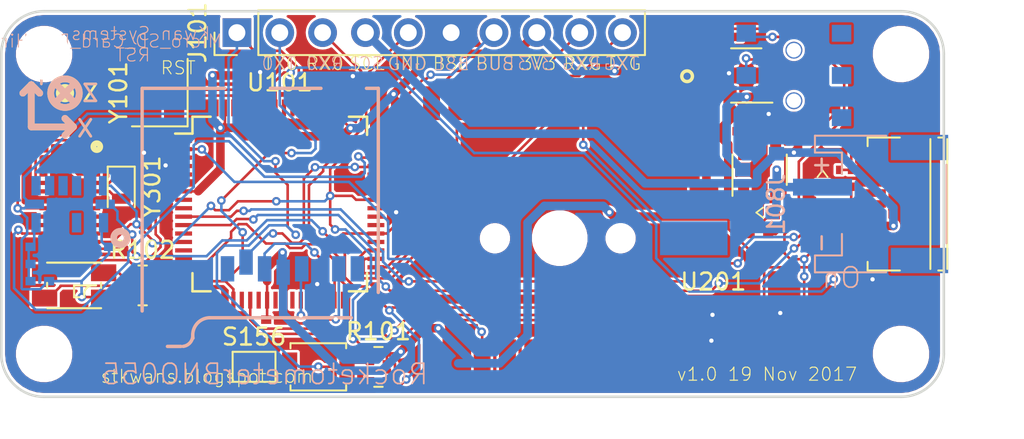
<source format=kicad_pcb>
(kicad_pcb (version 20170123) (host pcbnew no-vcs-found-84f1c8e~59~ubuntu17.04.1)
  (layers (0 Top signal) (31 Bottom signal) (34 B.Paste user hide) (35 F.Paste user hide) (36 B.SilkS user hide) (37 F.SilkS user) (38 B.Mask user hide) (39 F.Mask user hide) (44 Edge.Cuts user))
  (net 0 "")
  (net 1 GND)
  (net 2 VCC)
  (net 3 /Regulator/BYP)
  (net 4 /Regulator/PWR_EN)
  (net 5 /VBUS)
  (net 6 /VRAW)
  (net 7 /SCL)
  (net 8 /GPS/VBACKUP)
  (net 9 /XTAL2)
  (net 10 /XTAL1)
  (net 11 /BNO055/CAP)
  (net 12 /BNO055/XOUT32)
  (net 13 /BNO055/XIN32)
  (net 14 /HighAcc/VS)
  (net 15 /GPS/VGPS)
  (net 16 /USBD+)
  (net 17 /USBD-)
  (net 18 /Charger/VLIPO)
  (net 19 /DB)
  (net 20 /DG)
  (net 21 /DR)
  (net 22 /USB/USB_LIGHT-)
  (net 23 /Charger/STAT+)
  (net 24 /Charger/STAT-)
  (net 25 /GPS_TX)
  (net 26 /GPS_RX)
  (net 27 "/SDA(BSL)")
  (net 28 /RX0)
  (net 29 "/TX0(PWMR)")
  (net 30 /RST)
  (net 31 /CS0)
  (net 32 /MOSI0)
  (net 33 /SCK0)
  (net 34 /MISO0)
  (net 35 /USB/CONN_D-)
  (net 36 /USB/CONN_D+)
  (net 37 /USB_SOFTCONNECT)
  (net 38 /USB/USB_LIGHT+)
  (net 39 /PWMG)
  (net 40 /PWMB)
  (net 41 /USB_ON)
  (net 42 /Charger/PROG)
  (net 43 "Net-(S156-Pad2)")
  (net 44 /ACCINT)
  (net 45 /FIX)
  (net 46 /PPS)
  (module KwanSystems:SPARKFUN_JST_POWER (layer Bottom) (at 178.562 90.17 270)
    (fp_text reference J801 (at 0 5.625 270) (layer B.SilkS) (effects (justify mirror)))
    (fp_text value "JST 2mm")
    (fp_text user - (at 2.3 3 270) (layer B.SilkS) (effects (justify mirror)))
    (fp_text user + (at -2.3 3 270) (layer B.SilkS) (effects (justify mirror)))
    (pad + smd rect (at -1 2.875 270) (size 1 3.5) (layers Bottom B.Paste B.Mask) (net 18 /Charger/VLIPO))
    (pad - smd rect (at 1 2.875 270) (size 1 3.5) (layers Bottom B.Paste B.Mask) (net 1 GND))
    (pad "" smd rect (at -3.35 -2.875 270) (size 1.5 3.4) (layers Bottom B.Paste B.Mask))
    (pad "" smd rect (at 3.35 -2.875 270) (size 1.5 3.4) (layers Bottom B.Paste B.Mask))
  )
  (module KwanSystems:SWITCH_DPDT_AZY0202 (layer Bottom) (at 173.99 82.55 270)
    (fp_text reference S701 hide)
    (fp_text value SPDT hide)
    (pad "" np_thru_hole circle (at -1.5 0 270) (size 1 1) (drill 0.85) (layers *.Cu *.Mask))
    (pad 4 smd rect (at -2.5 -2.825 270) (size 1 1.15) (layers Bottom B.Paste B.Mask))
    (pad 5 smd rect (at 0 -2.825 270) (size 1 1.15) (layers Bottom B.Paste B.Mask))
    (pad 3 smd rect (at 2.5 2.825 270) (size 1 1.15) (layers Bottom B.Paste B.Mask) (net 1 GND))
    (pad 6 smd rect (at 2.5 -2.825 270) (size 1 1.15) (layers Bottom B.Paste B.Mask))
    (pad 2 smd rect (at 0 2.825 270) (size 1 1.15) (layers Bottom B.Paste B.Mask) (net 4 /Regulator/PWR_EN))
    (pad 1 smd rect (at -2.5 2.825 270) (size 1 1.15) (layers Bottom B.Paste B.Mask) (net 6 /VRAW))
    (pad "" np_thru_hole circle (at 1.5 0 270) (size 1 1) (drill 0.85) (layers *.Cu *.Mask))
  )
  (module STAND-OFF-TIGHT (layer Top) (at 129.54 99.06)
    (fp_text reference JP1 hide)
    (fp_text value STAND-OFFTIGHT hide)
    (pad "" np_thru_hole circle (at 0 0) (size 3.048 3.048) (drill 3.048) (layers *.Cu))
  )
  (module STAND-OFF-TIGHT (layer Top) (at 129.54 81.28)
    (fp_text reference JP2 hide)
    (fp_text value STAND-OFFTIGHT hide)
    (pad "" np_thru_hole circle (at 0 0) (size 3.048 3.048) (drill 3.048) (layers *.Cu))
  )
  (module STAND-OFF-TIGHT (layer Top) (at 180.34 99.06)
    (fp_text reference JP4 hide)
    (fp_text value STAND-OFFTIGHT hide)
    (pad "" np_thru_hole circle (at 0 0) (size 3.048 3.048) (drill 3.048) (layers *.Cu))
  )
  (module STAND-OFF-TIGHT (layer Top) (at 180.34 81.28)
    (fp_text reference JP5 hide)
    (fp_text value STAND-OFFTIGHT hide)
    (pad "" np_thru_hole circle (at 0 0) (size 3.048 3.048) (drill 3.048) (layers *.Cu))
  )
  (module KwanSystems:SMD_0402 (layer Top) (at 173.99 82.55 180)
    (fp_text reference C704)
    (fp_text value 1uF)
    (pad 2 smd rect (at 0.55 0 180) (size 0.6 0.5) (layers Top F.Paste F.Mask) (net 1 GND))
    (pad 1 smd rect (at -0.55 0 180) (size 0.6 0.5) (layers Top F.Paste F.Mask) (net 6 /VRAW))
  )
  (module KwanSystems:SMD_0402 (layer Top) (at 171.196 80.264)
    (fp_text reference C714)
    (fp_text value 100nF)
    (pad 2 smd rect (at 0.55 0) (size 0.6 0.5) (layers Top F.Paste F.Mask) (net 1 GND))
    (pad 1 smd rect (at -0.55 0) (size 0.6 0.5) (layers Top F.Paste F.Mask) (net 3 /Regulator/BYP))
  )
  (module KwanSystems:SMD_0402 (layer Top) (at 171.196 84.836)
    (fp_text reference C715)
    (fp_text value 4.7nF)
    (pad 2 smd rect (at 0.55 0) (size 0.6 0.5) (layers Top F.Paste F.Mask) (net 1 GND))
    (pad 1 smd rect (at -0.55 0) (size 0.6 0.5) (layers Top F.Paste F.Mask) (net 2 VCC))
  )
  (module TO_SOT_Packages_SMD:SOT-23-5 (layer Top) (at 171.165 82.55 180)
    (fp_text reference U701)
    (fp_text value 3.3V)
    (pad 1 smd rect (at -1.1 -0.95 180) (size 1.06 0.65) (layers Top F.Paste F.Mask) (net 6 /VRAW))
    (pad 2 smd rect (at -1.1 0 180) (size 1.06 0.65) (layers Top F.Paste F.Mask) (net 1 GND))
    (pad 3 smd rect (at -1.1 0.95 180) (size 1.06 0.65) (layers Top F.Paste F.Mask) (net 4 /Regulator/PWR_EN))
    (pad 4 smd rect (at 1.1 0.95 180) (size 1.06 0.65) (layers Top F.Paste F.Mask) (net 3 /Regulator/BYP))
    (pad 5 smd rect (at 1.1 -0.95 180) (size 1.06 0.65) (layers Top F.Paste F.Mask) (net 2 VCC))
  )
  (module KwanSystems:Axis (layer Top) (at 128.778 85.598)
    (fp_text reference U599 hide)
    (fp_text value FGPMMOPA6H hide)
    (fp_text user Y (at 0.6 -3) (layer F.SilkS))
    (fp_text user X (at 3.2 0.1) (layer F.SilkS))
    (fp_text user Z (at 3.5 -2) (layer F.SilkS))
    (fp_text user X (at 3.2 0.1) (layer B.SilkS) (effects (justify mirror)))
    (fp_text user Y (at 0.6 -3) (layer B.SilkS) (effects (justify mirror)))
    (fp_text user Z (at 3.5 -2) (layer B.SilkS) (effects (justify mirror)))
  )
  (module KwanSystems:SMD_0603 (layer Top) (at 173.482 85.852 180)
    (fp_text reference C802)
    (fp_text value 4.7uF)
    (pad 1 smd rect (at -0.75 0 180) (size 0.8 0.75) (layers Top F.Paste F.Mask) (net 5 /VBUS))
    (pad 2 smd rect (at 0.75 0 180) (size 0.8 0.75) (layers Top F.Paste F.Mask) (net 1 GND))
  )
  (module KwanSystems:SMD_0603 (layer Bottom) (at 171.958 90.678 180)
    (fp_text reference C803)
    (fp_text value 4.7uF)
    (pad 2 smd rect (at 0.75 0 180) (size 0.8 0.75) (layers Bottom B.Paste B.Mask) (net 1 GND))
    (pad 1 smd rect (at -0.75 0 180) (size 0.8 0.75) (layers Bottom B.Paste B.Mask) (net 18 /Charger/VLIPO))
  )
  (module KwanSystems:D_0603 (layer Top) (at 171.958 90.678)
    (fp_text reference D801)
    (fp_text value YELLOW)
    (pad 2 smd rect (at 0.8 0 180) (size 0.8 0.8) (layers Top F.Paste F.Mask) (net 23 /Charger/STAT+))
    (pad 1 smd rect (at -0.8 0 180) (size 0.8 0.8) (layers Top F.Paste F.Mask) (net 24 /Charger/STAT-))
  )
  (module KwanSystems:SOT-23 (layer Bottom) (at 171.958 88.138 180)
    (fp_text reference D802 hide)
    (fp_text value DCC)
    (pad 1 smd rect (at -1 0.95 180) (size 0.9 0.8) (layers Bottom B.Paste B.Mask) (net 5 /VBUS))
    (pad 2 smd rect (at -1 -0.95 180) (size 0.9 0.8) (layers Bottom B.Paste B.Mask) (net 18 /Charger/VLIPO))
    (pad 3 smd rect (at 1 0 180) (size 0.9 0.8) (layers Bottom B.Paste B.Mask) (net 6 /VRAW))
  )
  (module KwanSystems:SMD_0402 (layer Top) (at 171.196 85.852 180)
    (fp_text reference R801)
    (fp_text value 10k)
    (pad 1 smd rect (at -0.55 0 180) (size 0.6 0.5) (layers Top F.Paste F.Mask) (net 1 GND))
    (pad 2 smd rect (at 0.55 0 180) (size 0.6 0.5) (layers Top F.Paste F.Mask) (net 42 /Charger/PROG))
  )
  (module KwanSystems:SMD_0402 (layer Top) (at 171.916 91.948 180)
    (fp_text reference R804)
    (fp_text value 1.5k)
    (pad 2 smd rect (at 0.55 0 180) (size 0.6 0.5) (layers Top F.Paste F.Mask) (net 23 /Charger/STAT+))
    (pad 1 smd rect (at -0.55 0 180) (size 0.6 0.5) (layers Top F.Paste F.Mask) (net 5 /VBUS))
  )
  (module TO_SOT_Packages_SMD:SOT-23-5 (layer Top) (at 171.958 88.138 90)
    (fp_text reference U801 hide)
    (fp_text value MCP73831)
    (pad 5 smd rect (at 1.1 -0.95 90) (size 1.06 0.65) (layers Top F.Paste F.Mask) (net 42 /Charger/PROG))
    (pad 4 smd rect (at 1.1 0.95 90) (size 1.06 0.65) (layers Top F.Paste F.Mask) (net 5 /VBUS))
    (pad 3 smd rect (at -1.1 0.95 90) (size 1.06 0.65) (layers Top F.Paste F.Mask) (net 18 /Charger/VLIPO))
    (pad 2 smd rect (at -1.1 0 90) (size 1.06 0.65) (layers Top F.Paste F.Mask) (net 1 GND))
    (pad 1 smd rect (at -1.1 -0.95 90) (size 1.06 0.65) (layers Top F.Paste F.Mask) (net 24 /Charger/STAT-))
  )
  (module KwanSystems:R_Array_Convex_2x0402 (layer Top) (at 175.26 90.424 180)
    (fp_text reference C623)
    (fp_text value 22pF)
    (pad 4 smd rect (at 0.5 -0.35 180) (size 0.5 0.4) (layers Top F.Paste F.Mask) (net 1 GND))
    (pad 3 smd rect (at 0.5 0.35 180) (size 0.5 0.4) (layers Top F.Paste F.Mask) (net 1 GND))
    (pad 2 smd rect (at -0.5 0.35 180) (size 0.5 0.4) (layers Top F.Paste F.Mask) (net 16 /USBD+))
    (pad 1 smd rect (at -0.5 -0.35 180) (size 0.5 0.4) (layers Top F.Paste F.Mask) (net 17 /USBD-))
  )
  (module KwanSystems:D_0603 (layer Top) (at 175.687 88.37 270)
    (fp_text reference D650)
    (fp_text value BLUE)
    (pad 2 smd rect (at 0.8 0 90) (size 0.8 0.8) (layers Top F.Paste F.Mask) (net 22 /USB/USB_LIGHT-))
    (pad 1 smd rect (at -0.8 0 90) (size 0.8 0.8) (layers Top F.Paste F.Mask) (net 1 GND))
  )
  (module KwanSystems:SOT-23 (layer Top) (at 177.292 85.344)
    (fp_text reference Q650 hide)
    (fp_text value PMOS)
    (pad 1 smd rect (at -1 -0.95) (size 0.9 0.8) (layers Top F.Paste F.Mask) (net 37 /USB_SOFTCONNECT))
    (pad 2 smd rect (at -1 0.95) (size 0.9 0.8) (layers Top F.Paste F.Mask) (net 2 VCC))
    (pad 3 smd rect (at 1 0) (size 0.9 0.8) (layers Top F.Paste F.Mask) (net 38 /USB/USB_LIGHT+))
  )
  (module KwanSystems:SMD_0402 (layer Top) (at 177.292 93.218 270)
    (fp_text reference R611)
    (fp_text value 22k)
    (pad 2 smd rect (at 0.55 0 270) (size 0.6 0.5) (layers Top F.Paste F.Mask) (net 41 /USB_ON))
    (pad 1 smd rect (at -0.55 0 270) (size 0.6 0.5) (layers Top F.Paste F.Mask) (net 1 GND))
  )
  (module KwanSystems:R_Array_Convex_2x0402 (layer Top) (at 177.038 90.424)
    (fp_text reference R623)
    (fp_text value 33)
    (pad 1 smd rect (at -0.5 -0.35) (size 0.5 0.4) (layers Top F.Paste F.Mask) (net 16 /USBD+))
    (pad 2 smd rect (at -0.5 0.35) (size 0.5 0.4) (layers Top F.Paste F.Mask) (net 17 /USBD-))
    (pad 3 smd rect (at 0.5 0.35) (size 0.5 0.4) (layers Top F.Paste F.Mask) (net 35 /USB/CONN_D-))
    (pad 4 smd rect (at 0.5 -0.35) (size 0.5 0.4) (layers Top F.Paste F.Mask) (net 36 /USB/CONN_D+))
  )
  (module KwanSystems:R_Array_Convex_2x0402 (layer Top) (at 177.038 88.646 270)
    (fp_text reference R650)
    (fp_text value 1.5k)
    (pad 4 smd rect (at 0.5 -0.35 270) (size 0.5 0.4) (layers Top F.Paste F.Mask) (net 36 /USB/CONN_D+))
    (pad 3 smd rect (at 0.5 0.35 270) (size 0.5 0.4) (layers Top F.Paste F.Mask) (net 22 /USB/USB_LIGHT-))
    (pad 2 smd rect (at -0.5 0.35 270) (size 0.5 0.4) (layers Top F.Paste F.Mask) (net 38 /USB/USB_LIGHT+))
    (pad 1 smd rect (at -0.5 -0.35 270) (size 0.5 0.4) (layers Top F.Paste F.Mask) (net 38 /USB/USB_LIGHT+))
  )
  (module KwanSystems:R_Array_Convex_2x0402 (layer Top) (at 176.022 93.218 90)
    (fp_text reference R651)
    (fp_text value 10k)
    (pad 1 smd rect (at -0.5 -0.35 90) (size 0.5 0.4) (layers Top F.Paste F.Mask) (net 2 VCC))
    (pad 2 smd rect (at -0.5 0.35 90) (size 0.5 0.4) (layers Top F.Paste F.Mask) (net 41 /USB_ON))
    (pad 3 smd rect (at 0.5 0.35 90) (size 0.5 0.4) (layers Top F.Paste F.Mask) (net 5 /VBUS))
    (pad 4 smd rect (at 0.5 -0.35 90) (size 0.5 0.4) (layers Top F.Paste F.Mask) (net 37 /USB_SOFTCONNECT))
  )
  (module KwanSystems:USB_Micro-B_Molex_47346-0001 (layer Top) (at 182.88 90.17 180)
    (fp_text reference J601)
    (fp_text value USB_MICROB)
    (pad 1 smd rect (at 4.13 -1.3 180) (size 1.38 0.45) (layers Top F.Paste F.Mask) (net 5 /VBUS))
    (pad 2 smd rect (at 4.13 -0.65 180) (size 1.38 0.45) (layers Top F.Paste F.Mask) (net 35 /USB/CONN_D-))
    (pad 3 smd rect (at 4.13 0 180) (size 1.38 0.45) (layers Top F.Paste F.Mask) (net 36 /USB/CONN_D+))
    (pad 4 smd rect (at 4.13 0.65 180) (size 1.38 0.45) (layers Top F.Paste F.Mask))
    (pad 5 smd rect (at 4.13 1.3 180) (size 1.38 0.45) (layers Top F.Paste F.Mask) (net 1 GND))
    (pad 6 smd rect (at 3.77 -2.4625 180) (size 2.1 1.475) (layers Top F.Paste F.Mask) (net 1 GND))
    (pad 6 smd rect (at 3.77 2.4625 180) (size 2.1 1.475) (layers Top F.Paste F.Mask) (net 1 GND))
    (pad 6 smd rect (at 1.47 -2.91 180) (size 1.9 2.375) (layers Top F.Paste F.Mask) (net 1 GND))
    (pad 6 smd rect (at 1.47 2.91 180) (size 1.9 2.375) (layers Top F.Paste F.Mask) (net 1 GND))
    (pad 6 smd rect (at 1.47 -0.84 180) (size 1.9 1.175) (layers Top F.Paste F.Mask) (net 1 GND))
    (pad 6 smd rect (at 1.47 0.84 180) (size 1.9 1.175) (layers Top F.Paste F.Mask) (net 1 GND))
  )
  (module KwanSystems:CR1220-2 (layer Bottom) (at 159.766 92.202)
    (fp_text reference B504)
    (fp_text value Coin_Cell)
    (pad "" np_thru_hole circle (at 3.95 0) (size 1.5 1.5) (drill 1.5) (layers *.Cu))
    (pad "" np_thru_hole circle (at -3.5 0) (size 1.5 1.5) (drill 1.5) (layers *.Cu))
    (pad - smd rect (at -7.6 0) (size 4 2) (layers Bottom B.Paste B.Mask) (net 1 GND))
    (pad + smd rect (at 8.29 0) (size 4 2) (layers Bottom B.Paste B.Mask) (net 8 /GPS/VBACKUP))
  )
  (module KwanSystems:SMD_0402 (layer Top) (at 168.148 87.884 90)
    (fp_text reference C501)
    (fp_text value 100nF)
    (pad 2 smd rect (at 0.55 0 90) (size 0.6 0.5) (layers Top F.Paste F.Mask) (net 15 /GPS/VGPS))
    (pad 1 smd rect (at -0.55 0 90) (size 0.6 0.5) (layers Top F.Paste F.Mask) (net 1 GND))
  )
  (module KwanSystems:SMD_1206 (layer Top) (at 168.656 90.932 90)
    (fp_text reference C503 hide)
    (fp_text value 10uF)
    (pad 2 smd rect (at 1.45 0 90) (size 0.9 1.7) (layers Top F.Paste F.Mask) (net 15 /GPS/VGPS))
    (pad 1 smd rect (at -1.45 0 90) (size 0.9 1.7) (layers Top F.Paste F.Mask) (net 1 GND))
  )
  (module KwanSystems:SMD_0805 (layer Top) (at 168.402 85.09 90)
    (fp_text reference L501)
    (fp_text value Ferrite)
    (pad 1 smd rect (at -1 0 90) (size 1 1.25) (layers Top F.Paste F.Mask) (net 2 VCC))
    (pad 2 smd rect (at 1 0 90) (size 1 1.25) (layers Top F.Paste F.Mask) (net 15 /GPS/VGPS))
  )
  (module KwanSystems:FGPMMOPA6H (layer Top) (at 159.258 91.694 270)
    (fp_text reference U501 hide)
    (fp_text value FGPMMOPA6H hide)
    (pad "" np_thru_hole circle (at 0.5 -0.85 270) (size 3 3) (drill 3) (layers *.Cu))
    (pad 20 smd rect (at 7.5 -6.75 90) (size 2 1) (layers Top F.Paste F.Mask))
    (pad 19 smd rect (at 7.5 -5.25 90) (size 2 1) (layers Top F.Paste F.Mask) (net 1 GND))
    (pad 18 smd rect (at 7.5 -3.75 90) (size 2 1) (layers Top F.Paste F.Mask))
    (pad 17 smd rect (at 7.5 -2.25 90) (size 2 1) (layers Top F.Paste F.Mask))
    (pad 16 smd rect (at 7.5 -0.75 90) (size 2 1) (layers Top F.Paste F.Mask))
    (pad 15 smd rect (at 7.5 0.75 90) (size 2 1) (layers Top F.Paste F.Mask))
    (pad 14 smd rect (at 7.5 2.25 90) (size 2 1) (layers Top F.Paste F.Mask))
    (pad 13 smd rect (at 7.5 3.75 90) (size 2 1) (layers Top F.Paste F.Mask) (net 46 /PPS))
    (pad 12 smd rect (at 7.5 5.25 90) (size 2 1) (layers Top F.Paste F.Mask) (net 1 GND))
    (pad 11 smd rect (at 7.5 6.75 90) (size 2 1) (layers Top F.Paste F.Mask))
    (pad 10 smd rect (at -7.5 6.75 270) (size 2 1) (layers Top F.Paste F.Mask) (net 26 /GPS_RX))
    (pad 9 smd rect (at -7.5 5.25 270) (size 2 1) (layers Top F.Paste F.Mask) (net 25 /GPS_TX))
    (pad 8 smd rect (at -7.5 3.75 270) (size 2 1) (layers Top F.Paste F.Mask) (net 1 GND))
    (pad 7 smd rect (at -7.5 2.25 270) (size 2 1) (layers Top F.Paste F.Mask))
    (pad 6 smd rect (at -7.5 0.75 270) (size 2 1) (layers Top F.Paste F.Mask))
    (pad 5 smd rect (at -7.5 -0.75 270) (size 2 1) (layers Top F.Paste F.Mask) (net 45 /FIX))
    (pad 4 smd rect (at -7.5 -2.25 270) (size 2 1) (layers Top F.Paste F.Mask) (net 8 /GPS/VBACKUP))
    (pad 3 smd rect (at -7.5 -3.75 270) (size 2 1) (layers Top F.Paste F.Mask) (net 1 GND))
    (pad 2 smd rect (at -7.5 -5.25 270) (size 2 1) (layers Top F.Paste F.Mask))
    (pad 1 smd rect (at -7.5 -6.75 270) (size 2 1) (layers Top F.Paste F.Mask) (net 15 /GPS/VGPS))
  )
  (module KwanSystems:SMD_0402 (layer Bottom) (at 132.842 92.71 180)
    (fp_text reference C401)
    (fp_text value 100nF)
    (pad 2 smd rect (at 0.55 0 180) (size 0.6 0.5) (layers Bottom B.Paste B.Mask) (net 1 GND))
    (pad 1 smd rect (at -0.55 0 180) (size 0.6 0.5) (layers Bottom B.Paste B.Mask) (net 2 VCC))
  )
  (module KwanSystems:SMD_0402 (layer Bottom) (at 129.286 92.71)
    (fp_text reference C405)
    (fp_text value 100nF)
    (pad 1 smd rect (at -0.55 0) (size 0.6 0.5) (layers Bottom B.Paste B.Mask) (net 14 /HighAcc/VS))
    (pad 2 smd rect (at 0.55 0) (size 0.6 0.5) (layers Bottom B.Paste B.Mask) (net 1 GND))
  )
  (module KwanSystems:SMD_0402 (layer Bottom) (at 129.286 93.726)
    (fp_text reference C406)
    (fp_text value 1uF)
    (pad 2 smd rect (at 0.55 0) (size 0.6 0.5) (layers Bottom B.Paste B.Mask) (net 1 GND))
    (pad 1 smd rect (at -0.55 0) (size 0.6 0.5) (layers Bottom B.Paste B.Mask) (net 14 /HighAcc/VS))
  )
  (module KwanSystems:SMD_0402 (layer Bottom) (at 129.286 94.742 180)
    (fp_text reference R406)
    (fp_text value 100)
    (pad 1 smd rect (at -0.55 0 180) (size 0.6 0.5) (layers Bottom B.Paste B.Mask) (net 2 VCC))
    (pad 2 smd rect (at 0.55 0 180) (size 0.6 0.5) (layers Bottom B.Paste B.Mask) (net 14 /HighAcc/VS))
  )
  (module KwanSystems:ADXL375 (layer Bottom) (at 131.064 90.182873)
    (fp_text reference U401)
    (fp_text value ADXL375)
    (pad 13 smd rect (at 2 -1.0975 90) (size 1.145 0.55) (layers Bottom B.Paste B.Mask) (net 27 "/SDA(BSL)"))
    (pad 12 smd rect (at 1.2 -1.0975 90) (size 1.145 0.55) (layers Bottom B.Paste B.Mask) (net 1 GND))
    (pad 10 smd rect (at -0.4 -1.0975 90) (size 1.145 0.55) (layers Bottom B.Paste B.Mask))
    (pad 11 smd rect (at 0.4 -1.0975 90) (size 1.145 0.55) (layers Bottom B.Paste B.Mask))
    (pad 9 smd rect (at -1.2 -1.0975 90) (size 1.145 0.55) (layers Bottom B.Paste B.Mask))
    (pad 8 smd rect (at -2 -1.0975 90) (size 1.145 0.55) (layers Bottom B.Paste B.Mask))
    (pad 1 smd rect (at 2 1.0975 90) (size 1.145 0.55) (layers Bottom B.Paste B.Mask) (net 2 VCC))
    (pad 2 smd rect (at 1.2 1.0975 90) (size 1.145 0.55) (layers Bottom B.Paste B.Mask) (net 1 GND))
    (pad 3 smd rect (at 0.4 1.0975 90) (size 1.145 0.55) (layers Bottom B.Paste B.Mask))
    (pad 4 smd rect (at -0.4 1.0975 90) (size 1.145 0.55) (layers Bottom B.Paste B.Mask) (net 1 GND))
    (pad 5 smd rect (at -1.2 1.0975 90) (size 1.145 0.55) (layers Bottom B.Paste B.Mask) (net 1 GND))
    (pad 6 smd rect (at -2 1.0975 90) (size 1.145 0.55) (layers Bottom B.Paste B.Mask) (net 14 /HighAcc/VS))
    (pad 7 smd rect (at -2.0975 0) (size 1.145 0.55) (layers Bottom B.Paste B.Mask) (net 2 VCC))
    (pad 14 smd rect (at 2.0975 0) (size 1.145 0.55) (layers Bottom B.Paste B.Mask) (net 7 /SCL))
  )
  (module KwanSystems:SMD_0402 (layer Top) (at 132.08 86.868 180)
    (fp_text reference C303)
    (fp_text value 0.1uF)
    (pad 2 smd rect (at 0.55 0 180) (size 0.6 0.5) (layers Top F.Paste F.Mask) (net 2 VCC))
    (pad 1 smd rect (at -0.55 0 180) (size 0.6 0.5) (layers Top F.Paste F.Mask) (net 1 GND))
  )
  (module KwanSystems:SMD_0402 (layer Top) (at 130.048 86.868 180)
    (fp_text reference C309)
    (fp_text value 0.1uF)
    (pad 1 smd rect (at -0.55 0 180) (size 0.6 0.5) (layers Top F.Paste F.Mask) (net 1 GND))
    (pad 2 smd rect (at 0.55 0 180) (size 0.6 0.5) (layers Top F.Paste F.Mask) (net 11 /BNO055/CAP))
  )
  (module KwanSystems:BNO055 (layer Top) (at 131.064 90.17)
    (fp_text reference U301)
    (fp_text value BNO085)
    (pad 1 smd rect (at 1.5625 -2.25 270) (size 0.25 0.475) (layers Top F.Paste F.Mask))
    (pad 2 smd rect (at 0.75 -2.3125 270) (size 0.375 0.25) (layers Top F.Paste F.Mask) (net 1 GND))
    (pad 3 smd rect (at 0.25 -2.3125 270) (size 0.375 0.25) (layers Top F.Paste F.Mask) (net 2 VCC))
    (pad 4 smd rect (at -0.25 -2.3125 270) (size 0.375 0.25) (layers Top F.Paste F.Mask) (net 2 VCC))
    (pad 5 smd rect (at -0.75 -2.3125 270) (size 0.375 0.25) (layers Top F.Paste F.Mask) (net 1 GND))
    (pad 6 smd rect (at -1.5625 -2.25 270) (size 0.25 0.475) (layers Top F.Paste F.Mask) (net 1 GND))
    (pad 7 smd rect (at -1.5625 -1.75 270) (size 0.25 0.475) (layers Top F.Paste F.Mask))
    (pad 8 smd rect (at -1.5625 -1.25 270) (size 0.25 0.475) (layers Top F.Paste F.Mask))
    (pad 9 smd rect (at -1.5625 -0.75 270) (size 0.25 0.475) (layers Top F.Paste F.Mask) (net 11 /BNO055/CAP))
    (pad 10 smd rect (at -1.5625 -0.25 270) (size 0.25 0.475) (layers Top F.Paste F.Mask) (net 1 GND))
    (pad 11 smd rect (at -1.5625 0.25 270) (size 0.25 0.475) (layers Top F.Paste F.Mask) (net 2 VCC))
    (pad 12 smd rect (at -1.5625 0.75 270) (size 0.25 0.475) (layers Top F.Paste F.Mask))
    (pad 13 smd rect (at -1.5625 1.25 270) (size 0.25 0.475) (layers Top F.Paste F.Mask))
    (pad 14 smd rect (at -1.5625 1.75 270) (size 0.25 0.475) (layers Top F.Paste F.Mask) (net 44 /ACCINT))
    (pad 15 smd rect (at -1.5625 2.25 270) (size 0.25 0.475) (layers Top F.Paste F.Mask) (net 1 GND))
    (pad 16 smd rect (at -0.75 2.3125 270) (size 0.375 0.25) (layers Top F.Paste F.Mask) (net 1 GND))
    (pad 17 smd rect (at -0.25 2.3125 270) (size 0.375 0.25) (layers Top F.Paste F.Mask) (net 1 GND))
    (pad 18 smd rect (at 0.25 2.3125 270) (size 0.375 0.25) (layers Top F.Paste F.Mask) (net 1 GND))
    (pad 19 smd rect (at 0.75 2.3125 270) (size 0.375 0.25) (layers Top F.Paste F.Mask) (net 7 /SCL))
    (pad 20 smd rect (at 1.5625 2.25 270) (size 0.25 0.475) (layers Top F.Paste F.Mask) (net 27 "/SDA(BSL)"))
    (pad 21 smd rect (at 1.5625 1.75 270) (size 0.25 0.475) (layers Top F.Paste F.Mask))
    (pad 22 smd rect (at 1.5625 1.25 270) (size 0.25 0.475) (layers Top F.Paste F.Mask))
    (pad 23 smd rect (at 1.5625 0.75 270) (size 0.25 0.475) (layers Top F.Paste F.Mask))
    (pad 24 smd rect (at 1.5625 0.25 270) (size 0.25 0.475) (layers Top F.Paste F.Mask))
    (pad 25 smd rect (at 1.5625 -0.25 270) (size 0.25 0.475) (layers Top F.Paste F.Mask) (net 1 GND))
    (pad 26 smd rect (at 1.5625 -0.75 270) (size 0.25 0.475) (layers Top F.Paste F.Mask) (net 12 /BNO055/XOUT32))
    (pad 27 smd rect (at 1.5625 -1.25 270) (size 0.25 0.475) (layers Top F.Paste F.Mask) (net 13 /BNO055/XIN32))
    (pad 28 smd rect (at 1.5625 -1.75 270) (size 0.25 0.475) (layers Top F.Paste F.Mask) (net 2 VCC))
  )
  (module Crystals:Crystal_SMD_2012-2pin_2.0x1.2mm (layer Top) (at 134.112 89.154 270)
    (fp_text reference Y301 (at 0 -1.8 270) (layer F.SilkS))
    (fp_text value 32kiHz)
    (pad 2 smd rect (at 0.7 0 270) (size 0.6 1.1) (layers Top F.Paste F.Mask) (net 12 /BNO055/XOUT32))
    (pad 1 smd rect (at -0.7 0 270) (size 0.6 1.1) (layers Top F.Paste F.Mask) (net 13 /BNO055/XIN32))
  )
  (module KwanSystems:R_Array_Convex_2x0402 (layer Top) (at 136.144 89.154)
    (fp_text reference C326)
    (fp_text value 22pF)
    (pad 4 smd rect (at 0.5 -0.35) (size 0.5 0.4) (layers Top F.Paste F.Mask) (net 1 GND))
    (pad 3 smd rect (at 0.5 0.35) (size 0.5 0.4) (layers Top F.Paste F.Mask) (net 1 GND))
    (pad 2 smd rect (at -0.5 0.35) (size 0.5 0.4) (layers Top F.Paste F.Mask) (net 12 /BNO055/XOUT32))
    (pad 1 smd rect (at -0.5 -0.35) (size 0.5 0.4) (layers Top F.Paste F.Mask) (net 13 /BNO055/XIN32))
  )
  (module KwanSystems:SMD_0402 (layer Top) (at 143.256 97.028)
    (fp_text reference C123)
    (fp_text value 1uF)
    (pad 2 smd rect (at 0.55 0) (size 0.6 0.5) (layers Top F.Paste F.Mask) (net 1 GND))
    (pad 1 smd rect (at -0.55 0) (size 0.6 0.5) (layers Top F.Paste F.Mask) (net 2 VCC))
  )
  (module KwanSystems:SMD_0402 (layer Top) (at 150.368 89.154 270)
    (fp_text reference C143)
    (fp_text value 100nF)
    (pad 2 smd rect (at 0.55 0 270) (size 0.6 0.5) (layers Top F.Paste F.Mask) (net 1 GND))
    (pad 1 smd rect (at -0.55 0 270) (size 0.6 0.5) (layers Top F.Paste F.Mask) (net 2 VCC))
  )
  (module KwanSystems:SMD_0402 (layer Top) (at 146.77 83.058)
    (fp_text reference C151)
    (fp_text value 100nF)
    (pad 2 smd rect (at 0.55 0) (size 0.6 0.5) (layers Top F.Paste F.Mask) (net 1 GND))
    (pad 1 smd rect (at -0.55 0) (size 0.6 0.5) (layers Top F.Paste F.Mask) (net 2 VCC))
  )
  (module KwanSystems:SMD_0402 (layer Top) (at 136.398 81.026 180)
    (fp_text reference C161)
    (fp_text value 33pF)
    (pad 1 smd rect (at -0.55 0 180) (size 0.6 0.5) (layers Top F.Paste F.Mask) (net 1 GND))
    (pad 2 smd rect (at 0.55 0 180) (size 0.6 0.5) (layers Top F.Paste F.Mask) (net 9 /XTAL2))
  )
  (module KwanSystems:SMD_0402 (layer Top) (at 136.144 86.106)
    (fp_text reference C162)
    (fp_text value 33pF)
    (pad 2 smd rect (at 0.55 0) (size 0.6 0.5) (layers Top F.Paste F.Mask) (net 10 /XTAL1))
    (pad 1 smd rect (at -0.55 0) (size 0.6 0.5) (layers Top F.Paste F.Mask) (net 1 GND))
  )
  (module KwanSystems:SMD_0402 (layer Top) (at 140.97 82.55)
    (fp_text reference C163)
    (fp_text value 100nF)
    (pad 1 smd rect (at -0.55 0) (size 0.6 0.5) (layers Top F.Paste F.Mask) (net 2 VCC))
    (pad 2 smd rect (at 0.55 0) (size 0.6 0.5) (layers Top F.Paste F.Mask) (net 1 GND))
  )
  (module KwanSystems:R_Array_Convex_2x0402 (layer Top) (at 171.704 97.536)
    (fp_text reference C206)
    (fp_text value 100nF)
    (pad 4 smd rect (at 0.5 -0.35) (size 0.5 0.4) (layers Top F.Paste F.Mask) (net 1 GND))
    (pad 3 smd rect (at 0.5 0.35) (size 0.5 0.4) (layers Top F.Paste F.Mask) (net 1 GND))
    (pad 2 smd rect (at -0.5 0.35) (size 0.5 0.4) (layers Top F.Paste F.Mask) (net 2 VCC))
    (pad 1 smd rect (at -0.5 -0.35) (size 0.5 0.4) (layers Top F.Paste F.Mask) (net 2 VCC))
  )
  (module KwanSystems:HSMF-C118 (layer Top) (at 131.318 94.996)
    (fp_text reference D101)
    (fp_text value HSMF-C118 hide)
    (pad 4 smd rect (at -1.75 0.75) (size 1.5 1) (layers Top F.Paste F.Mask) (net 19 /DB))
    (pad 3 smd rect (at -1.75 -0.75) (size 1.5 1) (layers Top F.Paste F.Mask) (net 20 /DG))
    (pad 2 smd rect (at 1.75 -0.75) (size 1.5 1) (layers Top F.Paste F.Mask) (net 21 /DR))
    (pad 1 smd rect (at 1.75 0.75) (size 1.5 1) (layers Top F.Paste F.Mask) (net 2 VCC))
  )
  (module Pin_Headers:Pin_Header_Straight_1x10_Pitch2.54mm (layer Top) (at 140.97 80.01 90)
    (fp_text reference J101 (at 0 -2.33 90) (layer F.SilkS))
    (fp_text value ~)
    (pad 10 thru_hole oval (at 0 22.86 90) (size 1.7 1.7) (drill 1) (layers *.Cu *.Mask) (net 25 /GPS_TX))
    (pad 9 thru_hole oval (at 0 20.32 90) (size 1.7 1.7) (drill 1) (layers *.Cu *.Mask) (net 26 /GPS_RX))
    (pad 8 thru_hole oval (at 0 17.78 90) (size 1.7 1.7) (drill 1) (layers *.Cu *.Mask) (net 2 VCC))
    (pad 7 thru_hole oval (at 0 15.24 90) (size 1.7 1.7) (drill 1) (layers *.Cu *.Mask) (net 7 /SCL))
    (pad 6 thru_hole oval (at 0 12.7 90) (size 1.7 1.7) (drill 1) (layers *.Cu *.Mask) (net 1 GND))
    (pad 5 thru_hole oval (at 0 10.16 90) (size 1.7 1.7) (drill 1) (layers *.Cu *.Mask) (net 27 "/SDA(BSL)"))
    (pad 4 thru_hole oval (at 0 7.62 90) (size 1.7 1.7) (drill 1) (layers *.Cu *.Mask) (net 5 /VBUS))
    (pad 3 thru_hole oval (at 0 5.08 90) (size 1.7 1.7) (drill 1) (layers *.Cu *.Mask) (net 28 /RX0))
    (pad 2 thru_hole oval (at 0 2.54 90) (size 1.7 1.7) (drill 1) (layers *.Cu *.Mask) (net 29 "/TX0(PWMR)"))
    (pad 1 thru_hole rect (at 0 0 90) (size 1.7 1.7) (drill 1) (layers *.Cu *.Mask) (net 30 /RST))
  )
  (module KwanSystems:MICROSD-SOCKET-PP (layer Bottom) (at 149.352 83.312)
    (fp_text reference J102)
    (fp_text value Micro_SD_Card_Det_Hirose_DM3AT (at -9.2 -2.35) (layer B.SilkS) (effects (font (size 0.77216 0.77216) (thickness 0.061772)) (justify left bottom mirror)))
    (pad 10 smd rect (at -7.75 0.4) (size 1.8 1.4) (layers Bottom B.Paste B.Mask) (net 1 GND))
    (pad 10 smd rect (at -2.05 0.4) (size 1.8 1.4) (layers Bottom B.Paste B.Mask) (net 1 GND))
    (pad 9 smd rect (at -0.45 13.55) (size 1.4 1.9) (layers Bottom B.Paste B.Mask) (net 1 GND))
    (pad 9 smd rect (at -13.6 14.55) (size 1.4 1.9) (layers Bottom B.Paste B.Mask) (net 1 GND))
    (pad 1 smd rect (at -8.94 10.7) (size 0.8 1.5) (layers Bottom B.Paste B.Mask))
    (pad 2 smd rect (at -7.84 10.3) (size 0.8 1.5) (layers Bottom B.Paste B.Mask) (net 31 /CS0))
    (pad 3 smd rect (at -6.74 10.7) (size 0.8 1.5) (layers Bottom B.Paste B.Mask) (net 32 /MOSI0))
    (pad 4 smd rect (at -5.64 10.9) (size 0.8 1.5) (layers Bottom B.Paste B.Mask) (net 2 VCC))
    (pad 5 smd rect (at -4.54 10.7) (size 0.8 1.5) (layers Bottom B.Paste B.Mask) (net 33 /SCK0))
    (pad 6 smd rect (at -3.44 10.9) (size 0.8 1.5) (layers Bottom B.Paste B.Mask) (net 1 GND))
    (pad 7 smd rect (at -2.34 10.7) (size 0.8 1.5) (layers Bottom B.Paste B.Mask) (net 34 /MISO0))
    (pad 8 smd rect (at -1.24 10.7) (size 0.8 1.5) (layers Bottom B.Paste B.Mask))
  )
  (module KwanSystems:R_Array_Convex_4x0402 (layer Top) (at 149.36 99.826)
    (fp_text reference R101 (at 0 -2.1) (layer F.SilkS))
    (fp_text value 10k)
    (pad 1 smd rect (at -0.5 -0.8) (size 0.5 0.4) (layers Top F.Paste F.Mask) (net 27 "/SDA(BSL)"))
    (pad 3 smd rect (at -0.5 0.25) (size 0.5 0.3) (layers Top F.Paste F.Mask))
    (pad 2 smd rect (at -0.5 -0.25) (size 0.5 0.3) (layers Top F.Paste F.Mask) (net 30 /RST))
    (pad 4 smd rect (at -0.5 0.8) (size 0.5 0.4) (layers Top F.Paste F.Mask) (net 7 /SCL))
    (pad 7 smd rect (at 0.5 -0.25) (size 0.5 0.3) (layers Top F.Paste F.Mask) (net 2 VCC))
    (pad 8 smd rect (at 0.5 -0.8) (size 0.5 0.4) (layers Top F.Paste F.Mask) (net 2 VCC))
    (pad 6 smd rect (at 0.5 0.25) (size 0.5 0.3) (layers Top F.Paste F.Mask))
    (pad 5 smd rect (at 0.5 0.8) (size 0.5 0.4) (layers Top F.Paste F.Mask) (net 2 VCC))
  )
  (module KwanSystems:R_Array_Convex_4x0402 (layer Top) (at 135.382 94.996)
    (fp_text reference R102 (at 0 -2.1) (layer F.SilkS))
    (fp_text value 1.5k)
    (pad 5 smd rect (at 0.5 0.8) (size 0.5 0.4) (layers Top F.Paste F.Mask) (net 40 /PWMB))
    (pad 6 smd rect (at 0.5 0.25) (size 0.5 0.3) (layers Top F.Paste F.Mask))
    (pad 8 smd rect (at 0.5 -0.8) (size 0.5 0.4) (layers Top F.Paste F.Mask) (net 39 /PWMG))
    (pad 7 smd rect (at 0.5 -0.25) (size 0.5 0.3) (layers Top F.Paste F.Mask) (net 29 "/TX0(PWMR)"))
    (pad 4 smd rect (at -0.5 0.8) (size 0.5 0.4) (layers Top F.Paste F.Mask) (net 19 /DB))
    (pad 2 smd rect (at -0.5 -0.25) (size 0.5 0.3) (layers Top F.Paste F.Mask) (net 21 /DR))
    (pad 3 smd rect (at -0.5 0.25) (size 0.5 0.3) (layers Top F.Paste F.Mask))
    (pad 1 smd rect (at -0.5 -0.8) (size 0.5 0.4) (layers Top F.Paste F.Mask) (net 20 /DG))
  )
  (module Connectors:GS2 (layer Top) (at 141.986 99.822 90)
    (fp_text reference S156 (at 1.78 0 180) (layer F.SilkS))
    (fp_text value SOLDERJUMPERNO)
    (pad 2 smd rect (at 0 0.64 90) (size 1.27 0.97) (layers Top F.Paste F.Mask) (net 43 "Net-(S156-Pad2)"))
    (pad 1 smd rect (at 0 -0.64 90) (size 1.27 0.97) (layers Top F.Paste F.Mask) (net 1 GND))
  )
  (module KwanSystems:SW_SPST_B3U-1000P (layer Top) (at 145.796 99.822)
    (fp_text reference S157)
    (fp_text value SPST)
    (pad 1 smd rect (at -1.7 0) (size 0.9 1.7) (layers Top F.Paste F.Mask) (net 43 "Net-(S156-Pad2)"))
    (pad 2 smd rect (at 1.7 0) (size 0.9 1.7) (layers Top F.Paste F.Mask) (net 30 /RST))
  )
  (module Housings_QFP:LQFP-64_10x10mm_Pitch0.5mm (layer Top) (at 143.51 90.17)
    (fp_text reference U101 (at 0 -7.2) (layer F.SilkS))
    (fp_text value LPC2148)
    (pad 64 smd rect (at -3.75 -5.7 90) (size 1 0.25) (layers Top F.Paste F.Mask))
    (pad 63 smd rect (at -3.25 -5.7 90) (size 1 0.25) (layers Top F.Paste F.Mask) (net 2 VCC))
    (pad 62 smd rect (at -2.75 -5.7 90) (size 1 0.25) (layers Top F.Paste F.Mask) (net 10 /XTAL1))
    (pad 61 smd rect (at -2.25 -5.7 90) (size 1 0.25) (layers Top F.Paste F.Mask) (net 9 /XTAL2))
    (pad 60 smd rect (at -1.75 -5.7 90) (size 1 0.25) (layers Top F.Paste F.Mask))
    (pad 59 smd rect (at -1.25 -5.7 90) (size 1 0.25) (layers Top F.Paste F.Mask) (net 1 GND))
    (pad 58 smd rect (at -0.75 -5.7 90) (size 1 0.25) (layers Top F.Paste F.Mask) (net 41 /USB_ON))
    (pad 57 smd rect (at -0.25 -5.7 90) (size 1 0.25) (layers Top F.Paste F.Mask) (net 30 /RST))
    (pad 56 smd rect (at 0.25 -5.7 90) (size 1 0.25) (layers Top F.Paste F.Mask))
    (pad 55 smd rect (at 0.75 -5.7 90) (size 1 0.25) (layers Top F.Paste F.Mask))
    (pad 54 smd rect (at 1.25 -5.7 90) (size 1 0.25) (layers Top F.Paste F.Mask))
    (pad 53 smd rect (at 1.75 -5.7 90) (size 1 0.25) (layers Top F.Paste F.Mask))
    (pad 52 smd rect (at 2.25 -5.7 90) (size 1 0.25) (layers Top F.Paste F.Mask))
    (pad 51 smd rect (at 2.75 -5.7 90) (size 1 0.25) (layers Top F.Paste F.Mask) (net 2 VCC))
    (pad 50 smd rect (at 3.25 -5.7 90) (size 1 0.25) (layers Top F.Paste F.Mask) (net 1 GND))
    (pad 49 smd rect (at 3.75 -5.7 90) (size 1 0.25) (layers Top F.Paste F.Mask) (net 2 VCC))
    (pad 48 smd rect (at 5.7 -3.75) (size 1 0.25) (layers Top F.Paste F.Mask))
    (pad 47 smd rect (at 5.7 -3.25) (size 1 0.25) (layers Top F.Paste F.Mask))
    (pad 46 smd rect (at 5.7 -2.75) (size 1 0.25) (layers Top F.Paste F.Mask) (net 44 /ACCINT))
    (pad 45 smd rect (at 5.7 -2.25) (size 1 0.25) (layers Top F.Paste F.Mask) (net 31 /CS0))
    (pad 44 smd rect (at 5.7 -1.75) (size 1 0.25) (layers Top F.Paste F.Mask))
    (pad 43 smd rect (at 5.7 -1.25) (size 1 0.25) (layers Top F.Paste F.Mask) (net 2 VCC))
    (pad 42 smd rect (at 5.7 -0.75) (size 1 0.25) (layers Top F.Paste F.Mask) (net 1 GND))
    (pad 41 smd rect (at 5.7 -0.25) (size 1 0.25) (layers Top F.Paste F.Mask) (net 27 "/SDA(BSL)"))
    (pad 40 smd rect (at 5.7 0.25) (size 1 0.25) (layers Top F.Paste F.Mask))
    (pad 39 smd rect (at 5.7 0.75) (size 1 0.25) (layers Top F.Paste F.Mask))
    (pad 38 smd rect (at 5.7 1.25) (size 1 0.25) (layers Top F.Paste F.Mask))
    (pad 37 smd rect (at 5.7 1.75) (size 1 0.25) (layers Top F.Paste F.Mask) (net 7 /SCL))
    (pad 36 smd rect (at 5.7 2.25) (size 1 0.25) (layers Top F.Paste F.Mask))
    (pad 35 smd rect (at 5.7 2.75) (size 1 0.25) (layers Top F.Paste F.Mask) (net 45 /FIX))
    (pad 34 smd rect (at 5.7 3.25) (size 1 0.25) (layers Top F.Paste F.Mask) (net 25 /GPS_TX))
    (pad 33 smd rect (at 5.7 3.75) (size 1 0.25) (layers Top F.Paste F.Mask) (net 26 /GPS_RX))
    (pad 32 smd rect (at 3.75 5.7 90) (size 1 0.25) (layers Top F.Paste F.Mask))
    (pad 31 smd rect (at 3.25 5.7 90) (size 1 0.25) (layers Top F.Paste F.Mask) (net 39 /PWMG))
    (pad 30 smd rect (at 2.75 5.7 90) (size 1 0.25) (layers Top F.Paste F.Mask) (net 32 /MOSI0))
    (pad 29 smd rect (at 2.25 5.7 90) (size 1 0.25) (layers Top F.Paste F.Mask) (net 34 /MISO0))
    (pad 28 smd rect (at 1.75 5.7 90) (size 1 0.25) (layers Top F.Paste F.Mask))
    (pad 27 smd rect (at 1.25 5.7 90) (size 1 0.25) (layers Top F.Paste F.Mask) (net 33 /SCK0))
    (pad 26 smd rect (at 0.75 5.7 90) (size 1 0.25) (layers Top F.Paste F.Mask))
    (pad 25 smd rect (at 0.25 5.7 90) (size 1 0.25) (layers Top F.Paste F.Mask) (net 1 GND))
    (pad 24 smd rect (at -0.25 5.7 90) (size 1 0.25) (layers Top F.Paste F.Mask))
    (pad 23 smd rect (at -0.75 5.7 90) (size 1 0.25) (layers Top F.Paste F.Mask) (net 2 VCC))
    (pad 22 smd rect (at -1.25 5.7 90) (size 1 0.25) (layers Top F.Paste F.Mask))
    (pad 21 smd rect (at -1.75 5.7 90) (size 1 0.25) (layers Top F.Paste F.Mask) (net 28 /RX0))
    (pad 20 smd rect (at -2.25 5.7 90) (size 1 0.25) (layers Top F.Paste F.Mask))
    (pad 19 smd rect (at -2.75 5.7 90) (size 1 0.25) (layers Top F.Paste F.Mask) (net 29 "/TX0(PWMR)"))
    (pad 18 smd rect (at -3.25 5.7 90) (size 1 0.25) (layers Top F.Paste F.Mask) (net 1 GND))
    (pad 17 smd rect (at -3.75 5.7 90) (size 1 0.25) (layers Top F.Paste F.Mask) (net 37 /USB_SOFTCONNECT))
    (pad 16 smd rect (at -5.7 3.75) (size 1 0.25) (layers Top F.Paste F.Mask))
    (pad 15 smd rect (at -5.7 3.25) (size 1 0.25) (layers Top F.Paste F.Mask))
    (pad 14 smd rect (at -5.7 2.75) (size 1 0.25) (layers Top F.Paste F.Mask))
    (pad 13 smd rect (at -5.7 2.25) (size 1 0.25) (layers Top F.Paste F.Mask))
    (pad 12 smd rect (at -5.7 1.75) (size 1 0.25) (layers Top F.Paste F.Mask))
    (pad 11 smd rect (at -5.7 1.25) (size 1 0.25) (layers Top F.Paste F.Mask) (net 17 /USBD-))
    (pad 10 smd rect (at -5.7 0.75) (size 1 0.25) (layers Top F.Paste F.Mask) (net 16 /USBD+))
    (pad 9 smd rect (at -5.7 0.25) (size 1 0.25) (layers Top F.Paste F.Mask))
    (pad 8 smd rect (at -5.7 -0.25) (size 1 0.25) (layers Top F.Paste F.Mask))
    (pad 7 smd rect (at -5.7 -0.75) (size 1 0.25) (layers Top F.Paste F.Mask) (net 2 VCC))
    (pad 6 smd rect (at -5.7 -1.25) (size 1 0.25) (layers Top F.Paste F.Mask) (net 1 GND))
    (pad 5 smd rect (at -5.7 -1.75) (size 1 0.25) (layers Top F.Paste F.Mask))
    (pad 4 smd rect (at -5.7 -2.25) (size 1 0.25) (layers Top F.Paste F.Mask))
    (pad 3 smd rect (at -5.7 -2.75) (size 1 0.25) (layers Top F.Paste F.Mask))
    (pad 2 smd rect (at -5.7 -3.25) (size 1 0.25) (layers Top F.Paste F.Mask) (net 46 /PPS))
    (pad 1 smd rect (at -5.7 -3.75) (size 1 0.25) (layers Top F.Paste F.Mask) (net 40 /PWMB))
  )
  (module KwanSystems:BME280 (layer Top) (at 169.164 97.282 180)
    (fp_text reference U201 (at -0.05 2.5 180) (layer F.SilkS))
    (fp_text value BME280)
    (pad 2 smd rect (at 1.025 -0.325 180) (size 0.5 0.35) (layers Top F.Paste F.Mask) (net 2 VCC))
    (pad 8 smd rect (at -1.025 -0.975 180) (size 0.5 0.35) (layers Top F.Paste F.Mask) (net 2 VCC))
    (pad 3 smd rect (at 1.025 0.325 180) (size 0.5 0.35) (layers Top F.Paste F.Mask) (net 27 "/SDA(BSL)"))
    (pad 1 smd rect (at 1.025 -0.975 180) (size 0.5 0.35) (layers Top F.Paste F.Mask) (net 1 GND))
    (pad 4 smd rect (at 1.025 0.975 180) (size 0.5 0.35) (layers Top F.Paste F.Mask) (net 7 /SCL))
    (pad 5 smd rect (at -1.025 0.975 180) (size 0.5 0.35) (layers Top F.Paste F.Mask) (net 1 GND))
    (pad 7 smd rect (at -1.025 -0.325 180) (size 0.5 0.35) (layers Top F.Paste F.Mask) (net 1 GND))
    (pad 6 smd rect (at -1.025 0.325 180) (size 0.5 0.35) (layers Top F.Paste F.Mask) (net 2 VCC))
  )
  (module Crystals:Crystal_SMD_Abracon_ABM8G-4pin_3.2x2.5mm (layer Top) (at 136.398 83.566 90)
    (fp_text reference Y101 (at 0 -2.45 90) (layer F.SilkS))
    (fp_text value 12MHz)
    (pad 4 smd rect (at -1.1 -0.85 90) (size 1.4 1.2) (layers Top F.Paste F.Mask) (net 1 GND))
    (pad 3 smd rect (at 1.1 -0.85 90) (size 1.4 1.2) (layers Top F.Paste F.Mask) (net 9 /XTAL2))
    (pad 2 smd rect (at 1.1 0.85 90) (size 1.4 1.2) (layers Top F.Paste F.Mask) (net 1 GND))
    (pad 1 smd rect (at -1.1 0.85 90) (size 1.4 1.2) (layers Top F.Paste F.Mask) (net 10 /XTAL1))
  )
  (gr_text RST (at 135.89 81.788) (layer B.SilkS) (effects (font (size 0.77216 0.77216) (thickness 0.065024)) (justify left bottom mirror)))
  (gr_text TX0 (at 144.526 82.296) (layer B.SilkS) (effects (font (size 0.77216 0.77216) (thickness 0.065024)) (justify left bottom mirror)))
  (gr_text RX0 (at 147.32 82.296) (layer B.SilkS) (effects (font (size 0.77216 0.77216) (thickness 0.065024)) (justify left bottom mirror)))
  (gr_text BUS (at 157.48 82.296) (layer B.SilkS) (effects (font (size 0.77216 0.77216) (thickness 0.065024)) (justify left bottom mirror)))
  (gr_text BSL (at 154.813 82.296) (layer B.SilkS) (effects (font (size 0.77216 0.77216) (thickness 0.065024)) (justify left bottom mirror)))
  (gr_text GND (at 152.273 82.296) (layer B.SilkS) (effects (font (size 0.77216 0.77216) (thickness 0.065024)) (justify left bottom mirror)))
  (gr_text SCL (at 149.733 82.296) (layer B.SilkS) (effects (font (size 0.77216 0.77216) (thickness 0.065024)) (justify left bottom mirror)))
  (gr_text 3V3 (at 159.766 82.296) (layer B.SilkS) (effects (font (size 0.77216 0.77216) (thickness 0.065024)) (justify left bottom mirror)))
  (gr_text RXG (at 162.56 82.296) (layer B.SilkS) (effects (font (size 0.77216 0.77216) (thickness 0.065024)) (justify left bottom mirror)))
  (gr_text TXG (at 164.846 82.296) (layer B.SilkS) (effects (font (size 0.77216 0.77216) (thickness 0.065024)) (justify left bottom mirror)))
  (gr_text TXG (at 162.814 82.296) (layer F.SilkS) (effects (font (size 0.77216 0.77216) (thickness 0.065024)) (justify left bottom)))
  (gr_text RXG (at 160.274 82.296) (layer F.SilkS) (effects (font (size 0.77216 0.77216) (thickness 0.065024)) (justify left bottom)))
  (gr_text RST (at 136.398 82.55) (layer F.SilkS) (effects (font (size 0.77216 0.77216) (thickness 0.065024)) (justify left bottom)))
  (gr_text TX0 (at 142.494 82.296) (layer F.SilkS) (effects (font (size 0.77216 0.77216) (thickness 0.065024)) (justify left bottom)))
  (gr_line (start 129.54 78.74) (end 180.34 78.74) (layer Edge.Cuts) (width 0.15))
  (gr_line (start 182.88 81.28) (end 182.88 99.06) (layer Edge.Cuts) (width 0.15))
  (gr_arc (start 180.34 99.06) (end 182.88 99.06) (angle 90) (layer Edge.Cuts) (width 0.15))
  (gr_line (start 180.34 101.6) (end 129.54 101.6) (layer Edge.Cuts) (width 0.15))
  (gr_arc (start 129.54 99.06) (end 129.54 101.6) (angle 90) (layer Edge.Cuts) (width 0.15))
  (gr_line (start 127 99.06) (end 127 81.28) (layer Edge.Cuts) (width 0.15))
  (gr_arc (start 129.54 81.28) (end 127 81.28) (angle 90) (layer Edge.Cuts) (width 0.15))
  (gr_text On (at 178.054 95.25) (layer B.SilkS) (effects (font (size 1.2065 1.2065) (thickness 0.1016)) (justify left bottom mirror)))
  (gr_text BSL (at 152.527 82.296) (layer F.SilkS) (effects (font (size 0.77216 0.77216) (thickness 0.065024)) (justify left bottom)))
  (gr_text RX0 (at 145.034 82.296) (layer F.SilkS) (effects (font (size 0.77216 0.77216) (thickness 0.065024)) (justify left bottom)))
  (gr_text GND (at 149.86 82.296) (layer F.SilkS) (effects (font (size 0.77216 0.77216) (thickness 0.065024)) (justify left bottom)))
  (gr_text RocketometerBNO055 (at 152.4 100.965) (layer B.SilkS) (effects (font (size 1.2065 1.2065) (thickness 0.1016)) (justify left bottom mirror)))
  (gr_text "v1.0 19 Nov 2017" (at 167.005 100.711) (layer F.SilkS) (effects (font (size 0.77216 0.77216) (thickness 0.065024)) (justify left bottom)))
  (gr_text "Kwan Systems" (at 139.446 80.518) (layer B.SilkS) (effects (font (size 0.77216 0.77216) (thickness 0.065024)) (justify left bottom mirror)))
  (gr_text stkwans.blogspot.com (at 132.842 100.838) (layer F.SilkS) (effects (font (size 0.77216 0.77216) (thickness 0.065024)) (justify left bottom)))
  (gr_text SCL (at 147.574 82.296) (layer F.SilkS) (effects (font (size 0.77216 0.77216) (thickness 0.065024)) (justify left bottom)))
  (gr_text BUS (at 155.067 82.296) (layer F.SilkS) (effects (font (size 0.77216 0.77216) (thickness 0.065024)) (justify left bottom)))
  (gr_text 3V3 (at 157.734 82.296) (layer F.SilkS) (effects (font (size 0.77216 0.77216) (thickness 0.065024)) (justify left bottom)))
  (gr_arc (start 180.34 81.28) (end 180.34 78.74) (angle 90) (layer Edge.Cuts) (width 0.15))
  (segment (start 142.346363 82.351526) (end 141.602 83.095889) (width 0.1524) (layer Bottom) (net 1))
  (segment (start 141.602 83.095889) (end 141.602 83.712) (width 0.1524) (layer Bottom) (net 1))
  (segment (start 141.52 82.55) (end 142.147889 82.55) (width 0.1524) (layer Top) (net 1))
  (segment (start 142.147889 82.55) (end 142.346363 82.351526) (width 0.1524) (layer Top) (net 1))
  (via (at 142.346363 82.351526) (size 0.508) (drill 0.254) (layers Top Bottom) (net 1))
  (segment (start 147.844015 82.591299) (end 147.844015 83.169985) (width 0.1524) (layer Bottom) (net 1))
  (segment (start 147.844015 83.169985) (end 147.302 83.712) (width 0.1524) (layer Bottom) (net 1))
  (segment (start 147.377314 83.058) (end 147.844015 82.591299) (width 0.1524) (layer Top) (net 1))
  (via (at 147.844015 82.591299) (size 0.508) (drill 0.254) (layers Top Bottom) (net 1))
  (segment (start 147.32 83.058) (end 147.377314 83.058) (width 0.1524) (layer Top) (net 1))
  (segment (start 150.409357 90.657798) (end 151.953559 92.202) (width 0.1524) (layer Bottom) (net 1))
  (segment (start 151.953559 92.202) (end 152.166 92.202) (width 0.1524) (layer Bottom) (net 1))
  (segment (start 150.368 89.704) (end 150.368 90.616441) (width 0.1524) (layer Top) (net 1))
  (segment (start 150.368 90.616441) (end 150.409357 90.657798) (width 0.1524) (layer Top) (net 1))
  (via (at 150.409357 90.657798) (size 0.508) (drill 0.254) (layers Top Bottom) (net 1))
  (segment (start 169.163766 96.740164) (end 169.59693 96.307) (width 0.508) (layer Top) (net 1))
  (segment (start 169.59693 96.307) (end 170.189 96.307) (width 0.508) (layer Top) (net 1))
  (segment (start 169.097964 97.224704) (end 169.097964 96.805966) (width 0.508) (layer Bottom) (net 1))
  (segment (start 169.097964 96.805966) (end 169.163766 96.740164) (width 0.508) (layer Bottom) (net 1))
  (via (at 169.163766 96.740164) (size 0.508) (drill 0.254) (layers Top Bottom) (net 1))
  (segment (start 169.097964 98.271548) (end 169.097964 97.224704) (width 0.508) (layer Bottom) (net 1))
  (segment (start 168.139 98.257) (end 169.083416 98.257) (width 0.508) (layer Top) (net 1))
  (segment (start 169.083416 98.257) (end 169.097964 98.271548) (width 0.508) (layer Top) (net 1))
  (via (at 169.097964 98.271548) (size 0.508) (drill 0.254) (layers Top Bottom) (net 1))
  (segment (start 178.652514 94.633658) (end 175.687 91.668144) (width 0.1524) (layer Bottom) (net 1))
  (segment (start 175.687 91.668144) (end 175.687 91.17) (width 0.1524) (layer Bottom) (net 1))
  (segment (start 179.11 92.6325) (end 179.11 94.176172) (width 0.1524) (layer Top) (net 1))
  (segment (start 179.11 94.176172) (end 178.652514 94.633658) (width 0.1524) (layer Top) (net 1))
  (via (at 178.652514 94.633658) (size 0.508) (drill 0.254) (layers Top Bottom) (net 1))
  (segment (start 178.229875 94.82137) (end 175.687 92.278495) (width 0.1524) (layer Bottom) (net 1))
  (segment (start 175.687 92.278495) (end 175.687 91.17) (width 0.1524) (layer Bottom) (net 1))
  (segment (start 176.41236 96.638885) (end 178.229875 94.82137) (width 0.1524) (layer Bottom) (net 1))
  (segment (start 173.549612 96.638885) (end 176.41236 96.638885) (width 0.1524) (layer Bottom) (net 1))
  (segment (start 173.182141 96.630624) (end 173.541351 96.630624) (width 0.1524) (layer Bottom) (net 1))
  (segment (start 173.541351 96.630624) (end 173.549612 96.638885) (width 0.1524) (layer Bottom) (net 1))
  (segment (start 172.204 97.186) (end 172.626765 97.186) (width 0.1524) (layer Top) (net 1))
  (segment (start 172.626765 97.186) (end 173.182141 96.630624) (width 0.1524) (layer Top) (net 1))
  (via (at 173.182141 96.630624) (size 0.508) (drill 0.254) (layers Top Bottom) (net 1))
  (segment (start 145.73026 94.918229) (end 145.73026 94.39374) (width 0.1524) (layer Bottom) (net 1))
  (segment (start 145.73026 94.39374) (end 145.912 94.212) (width 0.1524) (layer Bottom) (net 1))
  (segment (start 143.76 95.87) (end 143.76 95.2176) (width 0.1524) (layer Top) (net 1))
  (segment (start 143.76 95.2176) (end 144.059371 94.918229) (width 0.1524) (layer Top) (net 1))
  (segment (start 144.059371 94.918229) (end 145.73026 94.918229) (width 0.1524) (layer Top) (net 1))
  (via (at 145.73026 94.918229) (size 0.508) (drill 0.254) (layers Top Bottom) (net 1))
  (segment (start 136.742885 87.88063) (end 136.742885 88.705115) (width 0.1524) (layer Top) (net 1))
  (segment (start 136.742885 88.705115) (end 136.644 88.804) (width 0.1524) (layer Top) (net 1))
  (segment (start 135.460774 87.130125) (end 135.99238 87.130125) (width 0.1524) (layer Bottom) (net 1))
  (segment (start 135.99238 87.130125) (end 136.742885 87.88063) (width 0.1524) (layer Bottom) (net 1))
  (via (at 136.742885 87.88063) (size 0.508) (drill 0.254) (layers Top Bottom) (net 1))
  (segment (start 135.594 86.106) (end 135.594 86.996899) (width 0.1524) (layer Top) (net 1))
  (segment (start 135.594 86.996899) (end 135.460774 87.130125) (width 0.1524) (layer Top) (net 1))
  (via (at 135.460774 87.130125) (size 0.508) (drill 0.254) (layers Top Bottom) (net 1))
  (segment (start 170.141827 82.416927) (end 170.141827 81.449144) (width 0.1524) (layer Bottom) (net 1))
  (segment (start 170.141827 81.449144) (end 170.539572 81.051399) (width 0.1524) (layer Bottom) (net 1))
  (segment (start 171.968601 81.632338) (end 171.968601 84.321399) (width 0.1524) (layer Bottom) (net 1))
  (segment (start 170.539572 81.051399) (end 171.387662 81.051399) (width 0.1524) (layer Bottom) (net 1))
  (segment (start 171.968601 84.321399) (end 171.24 85.05) (width 0.1524) (layer Bottom) (net 1))
  (segment (start 171.387662 81.051399) (end 171.968601 81.632338) (width 0.1524) (layer Bottom) (net 1))
  (segment (start 171.24 85.05) (end 171.165 85.05) (width 0.1524) (layer Bottom) (net 1))
  (segment (start 172.265 82.55) (end 170.2749 82.55) (width 0.1524) (layer Top) (net 1))
  (segment (start 170.2749 82.55) (end 170.141827 82.416927) (width 0.1524) (layer Top) (net 1))
  (via (at 170.141827 82.416927) (size 0.508) (drill 0.254) (layers Top Bottom) (net 1))
  (segment (start 172.496292 84.831713) (end 171.383287 84.831713) (width 0.1524) (layer Bottom) (net 1))
  (segment (start 171.383287 84.831713) (end 171.165 85.05) (width 0.1524) (layer Bottom) (net 1))
  (segment (start 171.746 84.836) (end 172.492005 84.836) (width 0.1524) (layer Top) (net 1))
  (segment (start 172.492005 84.836) (end 172.496292 84.831713) (width 0.1524) (layer Top) (net 1))
  (via (at 172.496292 84.831713) (size 0.508) (drill 0.254) (layers Top Bottom) (net 1))
  (segment (start 143.674268 93.397926) (end 143.674268 93.038716) (width 0.508) (layer Bottom) (net 2))
  (segment (start 142.76 93.952984) (end 143.420269 93.292715) (width 0.508) (layer Top) (net 2))
  (segment (start 143.674268 94.174268) (end 143.674268 93.397926) (width 0.508) (layer Bottom) (net 2))
  (via (at 143.674268 93.038716) (size 0.508) (drill 0.254) (layers Top Bottom) (net 2))
  (segment (start 143.712 94.212) (end 143.674268 94.174268) (width 0.508) (layer Bottom) (net 2))
  (segment (start 143.420269 93.292715) (end 143.674268 93.038716) (width 0.508) (layer Top) (net 2))
  (segment (start 142.76 94.742) (end 142.76 93.952984) (width 0.508) (layer Top) (net 2))
  (segment (start 141.376662 86.153092) (end 146.304 86.153092) (width 0.508) (layer Top) (net 2))
  (segment (start 146.26 86.109092) (end 146.304 86.153092) (width 0.1524) (layer Top) (net 2))
  (segment (start 146.304 86.153092) (end 147.225805 86.153092) (width 0.508) (layer Top) (net 2))
  (segment (start 146.26 84.47) (end 146.26 86.109092) (width 0.1524) (layer Top) (net 2))
  (segment (start 146.22 83.058) (end 146.22 83.4604) (width 0.1524) (layer Top) (net 2))
  (segment (start 146.22 83.4604) (end 146.26 83.5004) (width 0.1524) (layer Top) (net 2))
  (segment (start 146.26 83.5004) (end 146.26 83.8176) (width 0.1524) (layer Top) (net 2))
  (segment (start 151.836043 97.787599) (end 152.087642 97.536) (width 0.508) (layer Top) (net 2))
  (segment (start 151.819813 97.787599) (end 151.836043 97.787599) (width 0.508) (layer Top) (net 2))
  (segment (start 152.087642 97.536) (end 152.908 97.536) (width 0.508) (layer Top) (net 2))
  (segment (start 154.091212 99.614571) (end 155.702 99.614571) (width 0.508) (layer Bottom) (net 2))
  (segment (start 155.702 99.614571) (end 156.537391 99.614571) (width 0.508) (layer Bottom) (net 2))
  (segment (start 152.908 97.536) (end 154.986571 99.614571) (width 0.508) (layer Bottom) (net 2))
  (segment (start 154.986571 99.614571) (end 155.702 99.614571) (width 0.508) (layer Bottom) (net 2))
  (segment (start 158.201599 91.278927) (end 159.192927 90.287599) (width 0.508) (layer Bottom) (net 2))
  (segment (start 156.537391 99.614571) (end 158.201599 97.950363) (width 0.508) (layer Bottom) (net 2))
  (segment (start 158.201599 97.950363) (end 158.201599 91.278927) (width 0.508) (layer Bottom) (net 2))
  (segment (start 159.192927 90.287599) (end 162.684275 90.287599) (width 0.508) (layer Bottom) (net 2))
  (segment (start 162.684275 90.287599) (end 163.055716 90.65904) (width 0.508) (layer Bottom) (net 2))
  (segment (start 143.712 94.212) (end 143.712 96.691924) (width 0.508) (layer Bottom) (net 2))
  (segment (start 143.712 96.691924) (end 147.06803 100.047954) (width 0.508) (layer Bottom) (net 2))
  (segment (start 147.06803 100.047954) (end 149.559458 100.047954) (width 0.508) (layer Bottom) (net 2))
  (segment (start 149.559458 100.047954) (end 150.684206 98.923206) (width 0.508) (layer Bottom) (net 2))
  (segment (start 169.541853 86.083147) (end 170.098438 86.639732) (width 0.508) (layer Top) (net 2))
  (segment (start 170.098438 86.639732) (end 170.098438 90.913039) (width 0.508) (layer Top) (net 2))
  (segment (start 170.117399 90.932) (end 170.117399 91.660881) (width 0.1524) (layer Top) (net 2))
  (segment (start 163.055716 90.65904) (end 163.309715 90.913039) (width 0.508) (layer Top) (net 2))
  (segment (start 163.309715 90.913039) (end 170.098438 90.913039) (width 0.508) (layer Top) (net 2))
  (via (at 163.055716 90.65904) (size 0.508) (drill 0.254) (layers Top Bottom) (net 2))
  (via (at 152.908 97.536) (size 0.508) (drill 0.254) (layers Top Bottom) (net 2))
  (segment (start 151.843747 97.787599) (end 151.819813 97.787599) (width 0.508) (layer Top) (net 2))
  (segment (start 150.684206 98.923206) (end 151.819813 97.787599) (width 0.508) (layer Top) (net 2))
  (segment (start 142.76 95.87) (end 142.76 94.742) (width 0.1524) (layer Top) (net 2))
  (via (at 150.684206 98.923206) (size 0.508) (drill 0.254) (layers Top Bottom) (net 2))
  (segment (start 149.86 99.026) (end 150.581412 99.026) (width 0.1524) (layer Top) (net 2))
  (segment (start 150.581412 99.026) (end 150.684206 98.923206) (width 0.1524) (layer Top) (net 2))
  (segment (start 150.25962 83.6539) (end 150.25962 84.01311) (width 0.508) (layer Top) (net 2))
  (segment (start 150.25962 84.01311) (end 150.368 84.12149) (width 0.508) (layer Top) (net 2))
  (segment (start 150.368 84.12149) (end 150.368 84.407128) (width 0.508) (layer Top) (net 2))
  (segment (start 150.368 84.407128) (end 150.368 84.033933) (width 0.508) (layer Top) (net 2))
  (segment (start 150.368 84.407128) (end 150.368 88.604) (width 0.508) (layer Top) (net 2))
  (segment (start 171.204 97.186) (end 171.204 97.886) (width 0.1524) (layer Top) (net 2))
  (segment (start 147.702726 85.676171) (end 147.26 85.233445) (width 0.1524) (layer Top) (net 2))
  (segment (start 147.26 85.233445) (end 147.26 85.1224) (width 0.1524) (layer Top) (net 2))
  (segment (start 147.225805 86.153092) (end 147.702726 85.676171) (width 0.508) (layer Top) (net 2))
  (segment (start 140.876092 85.652522) (end 141.376662 86.153092) (width 0.508) (layer Top) (net 2))
  (segment (start 140.349999 85.652522) (end 140.876092 85.652522) (width 0.508) (layer Top) (net 2))
  (segment (start 140.349999 85.652522) (end 140.373648 85.676171) (width 0.508) (layer Top) (net 2))
  (segment (start 139.73679 85.398523) (end 139.990789 85.652522) (width 0.508) (layer Bottom) (net 2))
  (segment (start 140.26 84.47) (end 140.26 85.383311) (width 0.1524) (layer Top) (net 2))
  (segment (start 140.26 85.383311) (end 140.244788 85.398523) (width 0.1524) (layer Top) (net 2))
  (segment (start 138.676109 89.410413) (end 139.990789 88.095733) (width 0.508) (layer Top) (net 2))
  (segment (start 139.519338 85.181071) (end 139.73679 85.398523) (width 0.508) (layer Bottom) (net 2))
  (segment (start 139.990789 88.095733) (end 139.990789 86.011732) (width 0.508) (layer Top) (net 2))
  (segment (start 139.519338 84.820559) (end 139.519338 85.181071) (width 0.508) (layer Bottom) (net 2))
  (segment (start 140.244788 85.398523) (end 139.990789 85.652522) (width 0.1524) (layer Top) (net 2))
  (via (at 139.990789 85.652522) (size 0.508) (drill 0.254) (layers Top Bottom) (net 2))
  (segment (start 139.990789 86.011732) (end 139.990789 85.652522) (width 0.508) (layer Top) (net 2))
  (segment (start 140.349999 85.652522) (end 139.990789 85.652522) (width 0.508) (layer Top) (net 2))
  (segment (start 172.226842 95.810758) (end 172.226842 93.770324) (width 0.1524) (layer Top) (net 2))
  (segment (start 171.204 96.8336) (end 172.226842 95.810758) (width 0.1524) (layer Top) (net 2))
  (segment (start 171.204 97.186) (end 171.204 96.8336) (width 0.1524) (layer Top) (net 2))
  (segment (start 128.536901 88.392) (end 132.108342 84.820559) (width 0.1524) (layer Bottom) (net 2))
  (segment (start 128.347781 89.776074) (end 128.347781 88.58112) (width 0.1524) (layer Bottom) (net 2))
  (segment (start 128.347781 88.58112) (end 128.536901 88.392) (width 0.1524) (layer Bottom) (net 2))
  (segment (start 128.75458 90.182873) (end 128.347781 89.776074) (width 0.1524) (layer Bottom) (net 2))
  (segment (start 128.9665 90.182873) (end 128.75458 90.182873) (width 0.1524) (layer Bottom) (net 2))
  (segment (start 128.534563 91.949955) (end 128.534563 91.186) (width 0.1524) (layer Bottom) (net 2))
  (segment (start 127.97398 90.426688) (end 128.534563 90.987271) (width 0.1524) (layer Bottom) (net 2))
  (segment (start 128.534563 90.987271) (end 128.534563 91.186) (width 0.1524) (layer Bottom) (net 2))
  (segment (start 129.836 94.742) (end 129.786 94.742) (width 0.1524) (layer Bottom) (net 2))
  (segment (start 128.207399 95.174881) (end 128.207399 92.277119) (width 0.1524) (layer Bottom) (net 2))
  (segment (start 129.786 94.742) (end 129.307399 95.220601) (width 0.1524) (layer Bottom) (net 2))
  (segment (start 129.307399 95.220601) (end 128.253119 95.220601) (width 0.1524) (layer Bottom) (net 2))
  (segment (start 128.253119 95.220601) (end 128.207399 95.174881) (width 0.1524) (layer Bottom) (net 2))
  (segment (start 128.207399 92.277119) (end 128.534563 91.949955) (width 0.1524) (layer Bottom) (net 2))
  (segment (start 146.26 83.8176) (end 146.26 84.47) (width 0.1524) (layer Top) (net 2))
  (segment (start 149.86 99.576) (end 150.2624 99.576) (width 0.1524) (layer Top) (net 2))
  (segment (start 150.2624 100.626) (end 149.86 100.626) (width 0.1524) (layer Top) (net 2))
  (segment (start 150.2624 99.576) (end 150.338601 99.652201) (width 0.1524) (layer Top) (net 2))
  (segment (start 150.338601 99.652201) (end 150.338601 100.549799) (width 0.1524) (layer Top) (net 2))
  (segment (start 150.338601 100.549799) (end 150.2624 100.626) (width 0.1524) (layer Top) (net 2))
  (segment (start 149.86 99.576) (end 149.86 99.026) (width 0.1524) (layer Top) (net 2))
  (segment (start 150.25962 83.6539) (end 152.647119 81.266401) (width 0.508) (layer Top) (net 2))
  (segment (start 152.647119 81.266401) (end 157.493599 81.266401) (width 0.508) (layer Top) (net 2))
  (segment (start 157.493599 81.266401) (end 157.900001 80.859999) (width 0.508) (layer Top) (net 2))
  (segment (start 157.900001 80.859999) (end 158.75 80.01) (width 0.508) (layer Top) (net 2))
  (segment (start 147.702726 85.676171) (end 148.237349 85.676171) (width 0.508) (layer Bottom) (net 2))
  (segment (start 148.237349 85.676171) (end 150.25962 83.6539) (width 0.508) (layer Bottom) (net 2))
  (via (at 150.25962 83.6539) (size 0.508) (drill 0.254) (layers Top Bottom) (net 2))
  (via (at 147.702726 85.676171) (size 0.508) (drill 0.254) (layers Top Bottom) (net 2))
  (segment (start 132.108342 84.820559) (end 139.519338 84.820559) (width 0.1524) (layer Bottom) (net 2))
  (segment (start 175.3196 93.718) (end 175.672 93.718) (width 0.1524) (layer Top) (net 2))
  (segment (start 175.114833 93.922767) (end 175.3196 93.718) (width 0.1524) (layer Top) (net 2))
  (segment (start 172.379285 93.922767) (end 175.114833 93.922767) (width 0.1524) (layer Top) (net 2))
  (segment (start 172.226842 93.770324) (end 172.379285 93.922767) (width 0.1524) (layer Top) (net 2))
  (segment (start 168.645682 82.285682) (end 168.645682 81.302836) (width 0.1524) (layer Top) (net 2))
  (segment (start 168.645682 81.302836) (end 170.167119 79.781399) (width 0.1524) (layer Top) (net 2))
  (segment (start 170.167119 79.781399) (end 174.230795 79.781399) (width 0.1524) (layer Top) (net 2))
  (segment (start 174.230795 79.781399) (end 176.970601 82.521205) (width 0.1524) (layer Top) (net 2))
  (segment (start 176.970601 82.521205) (end 176.970601 85.062999) (width 0.1524) (layer Top) (net 2))
  (segment (start 176.970601 85.062999) (end 176.292 85.7416) (width 0.1524) (layer Top) (net 2))
  (segment (start 176.292 85.7416) (end 176.292 86.294) (width 0.1524) (layer Top) (net 2))
  (segment (start 163.35572 82.285682) (end 161.025682 82.285682) (width 0.508) (layer Bottom) (net 2))
  (segment (start 161.025682 82.285682) (end 158.75 80.01) (width 0.508) (layer Bottom) (net 2))
  (segment (start 170.065 83.5) (end 169.86 83.5) (width 0.508) (layer Top) (net 2))
  (segment (start 169.86 83.5) (end 168.645682 82.285682) (width 0.508) (layer Top) (net 2))
  (segment (start 168.645682 82.285682) (end 163.35572 82.285682) (width 0.508) (layer Top) (net 2))
  (via (at 163.35572 82.285682) (size 0.508) (drill 0.254) (layers Top Bottom) (net 2))
  (segment (start 137.81 89.42) (end 138.666522 89.42) (width 0.1524) (layer Top) (net 2))
  (segment (start 138.666522 89.42) (end 138.676109 89.410413) (width 0.1524) (layer Top) (net 2))
  (segment (start 128.996979 86.389399) (end 127.97398 87.412398) (width 0.1524) (layer Top) (net 2))
  (segment (start 127.97398 87.412398) (end 127.97398 90.426688) (width 0.1524) (layer Top) (net 2))
  (segment (start 131.53 86.868) (end 131.48 86.868) (width 0.1524) (layer Top) (net 2))
  (segment (start 131.48 86.868) (end 131.001399 86.389399) (width 0.1524) (layer Top) (net 2))
  (segment (start 131.001399 86.389399) (end 128.996979 86.389399) (width 0.1524) (layer Top) (net 2))
  (segment (start 128.378088 90.426688) (end 128.621903 90.182873) (width 0.1524) (layer Bottom) (net 2))
  (segment (start 128.621903 90.182873) (end 128.9665 90.182873) (width 0.1524) (layer Bottom) (net 2))
  (segment (start 127.97398 90.426688) (end 128.378088 90.426688) (width 0.1524) (layer Bottom) (net 2))
  (segment (start 129.5015 90.42) (end 127.980668 90.42) (width 0.1524) (layer Top) (net 2))
  (segment (start 127.980668 90.42) (end 127.97398 90.426688) (width 0.1524) (layer Top) (net 2))
  (via (at 127.97398 90.426688) (size 0.508) (drill 0.254) (layers Top Bottom) (net 2))
  (segment (start 131.314 87.8575) (end 131.314 88.1974) (width 0.1524) (layer Top) (net 2))
  (segment (start 131.314 88.1974) (end 131.5366 88.42) (width 0.1524) (layer Top) (net 2))
  (segment (start 131.5366 88.42) (end 132.2366 88.42) (width 0.1524) (layer Top) (net 2))
  (segment (start 132.2366 88.42) (end 132.6265 88.42) (width 0.1524) (layer Top) (net 2))
  (segment (start 130.814 87.8575) (end 131.314 87.8575) (width 0.1524) (layer Top) (net 2))
  (segment (start 131.314 87.8575) (end 131.314 87.084) (width 0.1524) (layer Top) (net 2))
  (segment (start 131.314 87.084) (end 131.53 86.868) (width 0.1524) (layer Top) (net 2))
  (segment (start 168.139 97.607) (end 169.352518 97.607) (width 0.1524) (layer Top) (net 2))
  (segment (start 169.352518 97.607) (end 170.002518 98.257) (width 0.1524) (layer Top) (net 2))
  (segment (start 170.002518 98.257) (end 170.189 98.257) (width 0.1524) (layer Top) (net 2))
  (segment (start 168.139 97.607) (end 168.91 97.607) (width 0.1524) (layer Top) (net 2))
  (segment (start 147.26 84.47) (end 147.26 85.1224) (width 0.1524) (layer Top) (net 2))
  (segment (start 139.519338 82.535806) (end 139.519338 84.820559) (width 0.508) (layer Bottom) (net 2))
  (segment (start 140.42 82.55) (end 139.533532 82.55) (width 0.508) (layer Top) (net 2))
  (segment (start 139.533532 82.55) (end 139.519338 82.535806) (width 0.508) (layer Top) (net 2))
  (via (at 139.519338 82.535806) (size 0.508) (drill 0.254) (layers Top Bottom) (net 2))
  (segment (start 149.21 88.92) (end 150.052 88.92) (width 0.1524) (layer Top) (net 2))
  (segment (start 150.052 88.92) (end 150.368 88.604) (width 0.1524) (layer Top) (net 2))
  (segment (start 142.76 95.87) (end 142.76 96.974) (width 0.1524) (layer Top) (net 2))
  (segment (start 142.76 96.974) (end 142.706 97.028) (width 0.1524) (layer Top) (net 2))
  (segment (start 131.775318 95.685837) (end 133.007837 95.685837) (width 0.1524) (layer Top) (net 2))
  (segment (start 133.007837 95.685837) (end 133.068 95.746) (width 0.1524) (layer Top) (net 2))
  (segment (start 131.7624 94.742) (end 131.7624 95.672919) (width 0.1524) (layer Bottom) (net 2))
  (segment (start 131.7624 95.672919) (end 131.775318 95.685837) (width 0.1524) (layer Bottom) (net 2))
  (via (at 131.775318 95.685837) (size 0.508) (drill 0.254) (layers Top Bottom) (net 2))
  (segment (start 170.114 98.257) (end 170.189 98.257) (width 0.1524) (layer Top) (net 2))
  (segment (start 170.189 98.257) (end 170.833 98.257) (width 0.1524) (layer Top) (net 2))
  (segment (start 170.833 98.257) (end 171.204 97.886) (width 0.1524) (layer Top) (net 2))
  (segment (start 170.189 96.957) (end 170.975 96.957) (width 0.1524) (layer Top) (net 2))
  (segment (start 170.975 96.957) (end 171.204 97.186) (width 0.1524) (layer Top) (net 2))
  (segment (start 169.541853 85.817864) (end 169.541853 86.083147) (width 0.508) (layer Top) (net 2))
  (segment (start 169.541853 86.083147) (end 169.535 86.09) (width 0.508) (layer Top) (net 2))
  (segment (start 169.535 86.09) (end 168.402 86.09) (width 0.508) (layer Top) (net 2))
  (segment (start 170.523717 84.836) (end 169.541853 85.817864) (width 0.508) (layer Top) (net 2))
  (segment (start 170.646 84.836) (end 170.523717 84.836) (width 0.508) (layer Top) (net 2))
  (segment (start 170.646 84.836) (end 170.596 84.836) (width 0.1524) (layer Top) (net 2))
  (segment (start 170.117399 91.660881) (end 172.226842 93.770324) (width 0.1524) (layer Top) (net 2))
  (segment (start 170.065 83.5) (end 170.065 84.255) (width 0.508) (layer Top) (net 2))
  (segment (start 170.065 84.255) (end 170.646 84.836) (width 0.508) (layer Top) (net 2))
  (segment (start 148.59 80.01) (end 154.580661 86.000661) (width 0.508) (layer Bottom) (net 5))
  (segment (start 154.580661 86.000661) (end 162.221354 86.000661) (width 0.508) (layer Bottom) (net 5))
  (segment (start 162.221354 86.000661) (end 165.165094 88.944401) (width 0.508) (layer Bottom) (net 5))
  (segment (start 172.958 87.188) (end 172.908 87.188) (width 0.508) (layer Bottom) (net 5))
  (segment (start 172.908 87.188) (end 171.814401 88.281599) (width 0.508) (layer Bottom) (net 5))
  (segment (start 171.814401 88.281599) (end 171.814401 88.863121) (width 0.508) (layer Bottom) (net 5))
  (segment (start 171.814401 88.863121) (end 171.733121 88.944401) (width 0.508) (layer Bottom) (net 5))
  (segment (start 171.733121 88.944401) (end 165.165094 88.944401) (width 0.508) (layer Bottom) (net 5))
  (segment (start 179.891491 91.465778) (end 179.891491 90.392969) (width 0.508) (layer Bottom) (net 5))
  (segment (start 179.891491 90.392969) (end 176.620522 87.122) (width 0.508) (layer Bottom) (net 5))
  (segment (start 178.75 91.47) (end 179.887269 91.47) (width 0.508) (layer Top) (net 5))
  (segment (start 179.887269 91.47) (end 179.891491 91.465778) (width 0.508) (layer Top) (net 5))
  (via (at 179.891491 91.465778) (size 0.508) (drill 0.254) (layers Top Bottom) (net 5))
  (segment (start 178.75 91.47) (end 177.57 91.47) (width 0.1524) (layer Top) (net 5))
  (segment (start 177.57 91.47) (end 176.372 92.668) (width 0.1524) (layer Top) (net 5))
  (segment (start 176.372 92.668) (end 176.372 92.718) (width 0.1524) (layer Top) (net 5))
  (segment (start 176.620522 87.122) (end 174.34921 87.122) (width 0.508) (layer Bottom) (net 5))
  (segment (start 174.34921 87.122) (end 173.99 87.122) (width 0.508) (layer Bottom) (net 5))
  (segment (start 172.466 91.948) (end 172.9184 91.948) (width 0.1524) (layer Top) (net 5))
  (segment (start 172.9184 91.948) (end 173.482 91.3844) (width 0.1524) (layer Top) (net 5))
  (segment (start 173.482 91.3844) (end 173.482 87.122) (width 0.1524) (layer Top) (net 5))
  (segment (start 174.54 82.55) (end 174.54 82.1476) (width 0.1524) (layer Top) (net 6))
  (segment (start 174.54 82.1476) (end 174.718601 81.968999) (width 0.1524) (layer Top) (net 6))
  (segment (start 174.718601 81.968999) (end 174.718601 80.700271) (width 0.1524) (layer Top) (net 6))
  (segment (start 174.718601 80.700271) (end 174.28233 80.264) (width 0.1524) (layer Top) (net 6))
  (segment (start 174.28233 80.264) (end 173.07921 80.264) (width 0.1524) (layer Top) (net 6))
  (segment (start 173.07921 80.264) (end 172.72 80.264) (width 0.1524) (layer Top) (net 6))
  (segment (start 172.265 83.5) (end 172.265 83.666474) (width 0.508) (layer Top) (net 6))
  (segment (start 174.54 83.308) (end 174.54 82.55) (width 0.508) (layer Top) (net 6))
  (segment (start 172.265 83.666474) (end 173.554927 84.956401) (width 0.508) (layer Top) (net 6))
  (segment (start 173.554927 84.956401) (end 174.425073 84.956401) (width 0.508) (layer Top) (net 6))
  (segment (start 174.896401 83.664401) (end 174.54 83.308) (width 0.508) (layer Top) (net 6))
  (segment (start 174.425073 84.956401) (end 174.896401 84.485073) (width 0.508) (layer Top) (net 6))
  (segment (start 174.896401 84.485073) (end 174.896401 83.664401) (width 0.508) (layer Top) (net 6))
  (segment (start 171.196 83.82) (end 170.588478 83.82) (width 0.508) (layer Bottom) (net 6))
  (segment (start 170.588478 83.82) (end 170 84.408478) (width 0.508) (layer Bottom) (net 6))
  (segment (start 170 84.408478) (end 170 87.23) (width 0.508) (layer Bottom) (net 6))
  (segment (start 170 87.23) (end 170.908 88.138) (width 0.508) (layer Bottom) (net 6))
  (segment (start 170.908 88.138) (end 170.958 88.138) (width 0.508) (layer Bottom) (net 6))
  (segment (start 171.196 83.82) (end 171.945 83.82) (width 0.508) (layer Top) (net 6))
  (segment (start 171.945 83.82) (end 172.265 83.5) (width 0.508) (layer Top) (net 6))
  (via (at 171.196 83.82) (size 0.508) (drill 0.254) (layers Top Bottom) (net 6))
  (segment (start 173.99 87.122) (end 173.482 87.122) (width 0.508) (layer Top) (net 5))
  (segment (start 173.482 87.122) (end 172.992 87.122) (width 0.508) (layer Top) (net 5))
  (segment (start 174.232 85.852) (end 174.232 86.88) (width 0.508) (layer Top) (net 5))
  (segment (start 174.232 86.88) (end 173.99 87.122) (width 0.508) (layer Top) (net 5))
  (segment (start 172.908 87.243) (end 172.908 87.038) (width 0.508) (layer Top) (net 5))
  (segment (start 173.99 87.122) (end 173.024 87.122) (width 0.508) (layer Bottom) (net 5))
  (segment (start 173.024 87.122) (end 172.958 87.188) (width 0.508) (layer Bottom) (net 5))
  (segment (start 172.992 87.122) (end 172.908 87.038) (width 0.508) (layer Top) (net 5))
  (segment (start 172.993576 87.123576) (end 172.908 87.038) (width 0.508) (layer Top) (net 5))
  (via (at 173.99 87.122) (size 0.508) (drill 0.254) (layers Top Bottom) (net 5))
  (segment (start 172.72 80.264) (end 171.379 80.264) (width 0.1524) (layer Bottom) (net 6))
  (segment (start 171.379 80.264) (end 171.165 80.05) (width 0.1524) (layer Bottom) (net 6))
  (via (at 172.72 80.264) (size 0.508) (drill 0.254) (layers Top Bottom) (net 6))
  (segment (start 170.065 81.6) (end 170.065 80.795) (width 0.1524) (layer Top) (net 3))
  (segment (start 170.065 80.795) (end 170.596 80.264) (width 0.1524) (layer Top) (net 3))
  (segment (start 170.596 80.264) (end 170.646 80.264) (width 0.1524) (layer Top) (net 3))
  (segment (start 172.265 81.6) (end 171.222013 81.6) (width 0.1524) (layer Top) (net 4))
  (segment (start 171.222013 81.6) (end 171.156013 81.534) (width 0.1524) (layer Top) (net 4))
  (segment (start 171.165 82.55) (end 171.165 81.542987) (width 0.1524) (layer Bottom) (net 4))
  (segment (start 171.165 81.542987) (end 171.156013 81.534) (width 0.1524) (layer Bottom) (net 4))
  (via (at 171.156013 81.534) (size 0.508) (drill 0.254) (layers Top Bottom) (net 4))
  (segment (start 171.958 88.921518) (end 171.958 89.238) (width 0.1524) (layer Top) (net 1))
  (segment (start 142.750982 91.12755) (end 145.392821 91.12755) (width 0.1524) (layer Bottom) (net 7))
  (segment (start 140.102863 92.328588) (end 141.549944 92.328588) (width 0.1524) (layer Bottom) (net 7))
  (segment (start 135.016836 93.263031) (end 139.16842 93.263031) (width 0.1524) (layer Bottom) (net 7))
  (segment (start 145.392821 91.12755) (end 145.798076 91.532805) (width 0.1524) (layer Bottom) (net 7))
  (segment (start 141.549944 92.328588) (end 142.750982 91.12755) (width 0.1524) (layer Bottom) (net 7))
  (segment (start 139.16842 93.263031) (end 140.102863 92.328588) (width 0.1524) (layer Bottom) (net 7))
  (segment (start 145.798076 91.532805) (end 146.052075 91.786804) (width 0.1524) (layer Bottom) (net 7))
  (segment (start 151.052596 83.737922) (end 151.052596 90.729804) (width 0.1524) (layer Top) (net 7))
  (segment (start 151.052596 90.729804) (end 149.8624 91.92) (width 0.1524) (layer Top) (net 7))
  (segment (start 149.8624 91.92) (end 149.21 91.92) (width 0.1524) (layer Top) (net 7))
  (segment (start 152.45394 82.502553) (end 152.199941 82.756552) (width 0.1524) (layer Top) (net 7))
  (segment (start 152.199941 82.756552) (end 152.033966 82.756552) (width 0.1524) (layer Top) (net 7))
  (segment (start 152.033966 82.756552) (end 151.052596 83.737922) (width 0.1524) (layer Top) (net 7))
  (segment (start 156.21 80.01) (end 153.717447 82.502553) (width 0.1524) (layer Bottom) (net 7))
  (segment (start 153.717447 82.502553) (end 152.45394 82.502553) (width 0.1524) (layer Bottom) (net 7))
  (via (at 152.45394 82.502553) (size 0.508) (drill 0.254) (layers Top Bottom) (net 7))
  (segment (start 151.009294 100.571475) (end 151.758769 99.822) (width 0.1524) (layer Bottom) (net 7))
  (segment (start 151.758769 99.822) (end 151.758769 98.224756) (width 0.1524) (layer Bottom) (net 7))
  (segment (start 151.758769 98.224756) (end 151.384 97.849987) (width 0.1524) (layer Bottom) (net 7))
  (segment (start 151.384 97.849987) (end 150.008403 96.47439) (width 0.1524) (layer Bottom) (net 7))
  (segment (start 150.175793 96.307) (end 150.008403 96.47439) (width 0.1524) (layer Top) (net 7))
  (segment (start 147.918412 95.060863) (end 148.594876 95.060863) (width 0.1524) (layer Top) (net 7))
  (segment (start 148.594876 95.060863) (end 149.754404 96.220391) (width 0.1524) (layer Top) (net 7))
  (segment (start 168.139 96.307) (end 150.175793 96.307) (width 0.1524) (layer Top) (net 7))
  (segment (start 149.754404 96.220391) (end 150.008403 96.47439) (width 0.1524) (layer Top) (net 7))
  (via (at 150.008403 96.47439) (size 0.508) (drill 0.254) (layers Top Bottom) (net 7))
  (segment (start 146.052075 91.786804) (end 146.721271 92.456) (width 0.1524) (layer Top) (net 7))
  (segment (start 146.721271 92.456) (end 147.369619 93.104348) (width 0.1524) (layer Top) (net 7))
  (segment (start 147.021343 92.160595) (end 147.016676 92.160595) (width 0.1524) (layer Top) (net 7))
  (segment (start 147.016676 92.160595) (end 146.721271 92.456) (width 0.1524) (layer Top) (net 7))
  (segment (start 147.369619 94.51207) (end 147.369619 93.218) (width 0.1524) (layer Top) (net 7))
  (segment (start 147.369619 93.104348) (end 147.369619 93.218) (width 0.1524) (layer Top) (net 7))
  (segment (start 149.21 91.92) (end 147.261938 91.92) (width 0.1524) (layer Top) (net 7))
  (via (at 146.052075 91.786804) (size 0.508) (drill 0.254) (layers Top Bottom) (net 7))
  (segment (start 147.918412 95.060863) (end 147.369619 94.51207) (width 0.1524) (layer Top) (net 7))
  (segment (start 147.261938 91.92) (end 147.021343 92.160595) (width 0.1524) (layer Top) (net 7))
  (segment (start 151.009294 100.571475) (end 150.526168 101.054601) (width 0.1524) (layer Top) (net 7))
  (segment (start 150.526168 101.054601) (end 149.338601 101.054601) (width 0.1524) (layer Top) (net 7))
  (segment (start 149.338601 101.054601) (end 148.91 100.626) (width 0.1524) (layer Top) (net 7))
  (segment (start 148.91 100.626) (end 148.86 100.626) (width 0.1524) (layer Top) (net 7))
  (via (at 151.009294 100.571475) (size 0.508) (drill 0.254) (layers Top Bottom) (net 7))
  (segment (start 131.814 92.545) (end 132.0914 92.8224) (width 0.1524) (layer Top) (net 7))
  (segment (start 133.8864 90.610273) (end 133.8864 91.097371) (width 0.1524) (layer Bottom) (net 7))
  (segment (start 133.8864 91.097371) (end 134.510744 91.721715) (width 0.1524) (layer Bottom) (net 7))
  (segment (start 133.918057 92.8224) (end 134.510744 92.229713) (width 0.1524) (layer Top) (net 7))
  (segment (start 133.1615 90.182873) (end 133.459 90.182873) (width 0.1524) (layer Bottom) (net 7))
  (segment (start 131.814 92.4825) (end 131.814 92.545) (width 0.1524) (layer Top) (net 7))
  (segment (start 134.510744 91.721715) (end 134.764743 91.975714) (width 0.1524) (layer Bottom) (net 7))
  (via (at 135.016836 93.263031) (size 0.508) (drill 0.254) (layers Top Bottom) (net 7))
  (via (at 134.764743 91.975714) (size 0.508) (drill 0.254) (layers Top Bottom) (net 7))
  (segment (start 133.459 90.182873) (end 133.8864 90.610273) (width 0.1524) (layer Bottom) (net 7))
  (segment (start 132.0914 92.8224) (end 133.918057 92.8224) (width 0.1524) (layer Top) (net 7))
  (segment (start 134.764743 91.975714) (end 134.764743 93.010938) (width 0.1524) (layer Top) (net 7))
  (segment (start 134.764743 93.010938) (end 135.016836 93.263031) (width 0.1524) (layer Top) (net 7))
  (segment (start 134.510744 92.229713) (end 134.764743 91.975714) (width 0.1524) (layer Top) (net 7))
  (segment (start 135.848 81.026) (end 135.848 82.166) (width 0.1524) (layer Top) (net 9))
  (segment (start 135.848 82.166) (end 135.548 82.466) (width 0.1524) (layer Top) (net 9))
  (segment (start 141.26 84.47) (end 141.26 83.8176) (width 0.1524) (layer Top) (net 9))
  (segment (start 141.26 83.8176) (end 140.837001 83.394601) (width 0.1524) (layer Top) (net 9))
  (segment (start 140.837001 83.394601) (end 136.376601 83.394601) (width 0.1524) (layer Top) (net 9))
  (segment (start 136.376601 83.394601) (end 135.548 82.566) (width 0.1524) (layer Top) (net 9))
  (segment (start 135.548 82.566) (end 135.548 82.466) (width 0.1524) (layer Top) (net 9))
  (segment (start 137.248 84.666) (end 137.248 85.602) (width 0.1524) (layer Top) (net 10))
  (segment (start 137.248 85.602) (end 136.744 86.106) (width 0.1524) (layer Top) (net 10))
  (segment (start 136.744 86.106) (end 136.694 86.106) (width 0.1524) (layer Top) (net 10))
  (segment (start 140.76 84.47) (end 140.76 83.8176) (width 0.1524) (layer Top) (net 10))
  (segment (start 140.76 83.8176) (end 140.683799 83.741399) (width 0.1524) (layer Top) (net 10))
  (segment (start 140.683799 83.741399) (end 138.106438 83.741399) (width 0.1524) (layer Top) (net 10))
  (segment (start 138.106438 83.741399) (end 137.248 84.599837) (width 0.1524) (layer Top) (net 10))
  (segment (start 137.248 84.599837) (end 137.248 84.666) (width 0.1524) (layer Top) (net 10))
  (segment (start 129.498 86.868) (end 129.448 86.868) (width 0.1524) (layer Top) (net 11))
  (segment (start 129.448 86.868) (end 129.035399 87.280601) (width 0.1524) (layer Top) (net 11))
  (segment (start 129.035399 87.280601) (end 129.035399 89.343799) (width 0.1524) (layer Top) (net 11))
  (segment (start 129.035399 89.343799) (end 129.1116 89.42) (width 0.1524) (layer Top) (net 11))
  (segment (start 129.1116 89.42) (end 129.5015 89.42) (width 0.1524) (layer Top) (net 11))
  (segment (start 166.008 84.194) (end 166.008 86.16) (width 0.508) (layer Top) (net 15))
  (segment (start 166.008 86.16) (end 167.182 87.334) (width 0.508) (layer Top) (net 15))
  (segment (start 167.182 87.334) (end 167.39 87.334) (width 0.508) (layer Top) (net 15))
  (segment (start 167.39 87.334) (end 168.148 87.334) (width 0.508) (layer Top) (net 15))
  (segment (start 168.148 87.334) (end 168.329522 87.334) (width 0.508) (layer Top) (net 15))
  (segment (start 168.329522 87.334) (end 168.804401 87.808879) (width 0.508) (layer Top) (net 15))
  (segment (start 168.804401 87.808879) (end 168.804401 89.333599) (width 0.508) (layer Top) (net 15))
  (segment (start 168.804401 89.333599) (end 168.656 89.482) (width 0.508) (layer Top) (net 15))
  (segment (start 141.813981 90.490348) (end 141.728373 90.575956) (width 0.1524) (layer Bottom) (net 16))
  (segment (start 141.728373 90.575956) (end 141.369163 90.575956) (width 0.1524) (layer Bottom) (net 16))
  (segment (start 151.159634 94.757264) (end 150.800424 94.757264) (width 0.1524) (layer Bottom) (net 16))
  (segment (start 150.800424 94.757264) (end 149.632588 93.589428) (width 0.1524) (layer Bottom) (net 16))
  (segment (start 147.123229 90.490348) (end 141.813981 90.490348) (width 0.1524) (layer Bottom) (net 16))
  (segment (start 149.632588 92.999707) (end 147.123229 90.490348) (width 0.1524) (layer Bottom) (net 16))
  (segment (start 149.632588 93.589428) (end 149.632588 92.999707) (width 0.1524) (layer Bottom) (net 16))
  (via (at 141.369163 90.575956) (size 0.508) (drill 0.254) (layers Top Bottom) (net 16))
  (segment (start 140.621391 90.92) (end 140.965435 90.575956) (width 0.1524) (layer Top) (net 16))
  (segment (start 141.009953 90.575956) (end 141.369163 90.575956) (width 0.1524) (layer Top) (net 16))
  (segment (start 137.81 90.92) (end 140.621391 90.92) (width 0.1524) (layer Top) (net 16))
  (segment (start 140.965435 90.575956) (end 141.009953 90.575956) (width 0.1524) (layer Top) (net 16))
  (segment (start 170.658326 93.690499) (end 170.912325 93.4365) (width 0.1524) (layer Bottom) (net 16))
  (segment (start 170.912325 93.4365) (end 170.912325 92.816893) (width 0.1524) (layer Bottom) (net 16))
  (segment (start 170.912325 92.816893) (end 171.601517 92.127701) (width 0.1524) (layer Bottom) (net 16))
  (segment (start 168.971954 94.757264) (end 170.038719 93.690499) (width 0.1524) (layer Top) (net 16))
  (segment (start 170.038719 93.690499) (end 170.658326 93.690499) (width 0.1524) (layer Top) (net 16))
  (via (at 170.658326 93.690499) (size 0.508) (drill 0.254) (layers Top Bottom) (net 16))
  (segment (start 171.601517 92.127701) (end 173.979832 92.127701) (width 0.1524) (layer Bottom) (net 16))
  (segment (start 151.159634 94.757264) (end 168.971954 94.757264) (width 0.1524) (layer Top) (net 16))
  (via (at 151.159634 94.757264) (size 0.508) (drill 0.254) (layers Top Bottom) (net 16))
  (segment (start 146.985549 90.822739) (end 142.210413 90.822739) (width 0.1524) (layer Bottom) (net 17))
  (segment (start 149.794698 95.061011) (end 149.221556 94.487869) (width 0.1524) (layer Bottom) (net 17))
  (segment (start 149.221556 93.058746) (end 146.985549 90.822739) (width 0.1524) (layer Bottom) (net 17))
  (segment (start 142.201369 90.831783) (end 141.94737 91.085782) (width 0.1524) (layer Bottom) (net 17))
  (segment (start 142.210413 90.822739) (end 142.201369 90.831783) (width 0.1524) (layer Bottom) (net 17))
  (segment (start 149.221556 94.487869) (end 149.221556 93.058746) (width 0.1524) (layer Bottom) (net 17))
  (via (at 141.94737 91.085782) (size 0.508) (drill 0.254) (layers Top Bottom) (net 17))
  (segment (start 141.920154 91.058566) (end 141.94737 91.085782) (width 0.1524) (layer Top) (net 17))
  (segment (start 137.81 91.42) (end 140.591462 91.42) (width 0.1524) (layer Top) (net 17))
  (segment (start 140.591462 91.42) (end 140.952896 91.058566) (width 0.1524) (layer Top) (net 17))
  (segment (start 140.952896 91.058566) (end 141.920154 91.058566) (width 0.1524) (layer Top) (net 17))
  (segment (start 173.995512 92.800619) (end 171.923222 94.872909) (width 0.1524) (layer Bottom) (net 17))
  (segment (start 171.923222 94.872909) (end 169.898033 94.872909) (width 0.1524) (layer Bottom) (net 17))
  (segment (start 169.898033 94.872909) (end 169.538823 94.872909) (width 0.1524) (layer Bottom) (net 17))
  (segment (start 169.096722 95.31501) (end 169.284824 95.126908) (width 0.1524) (layer Top) (net 17))
  (segment (start 169.284824 95.126908) (end 169.538823 94.872909) (width 0.1524) (layer Top) (net 17))
  (segment (start 149.794698 95.061011) (end 150.048697 95.31501) (width 0.1524) (layer Top) (net 17))
  (segment (start 150.048697 95.31501) (end 169.096722 95.31501) (width 0.1524) (layer Top) (net 17))
  (via (at 169.538823 94.872909) (size 0.508) (drill 0.254) (layers Top Bottom) (net 17))
  (via (at 149.794698 95.061011) (size 0.508) (drill 0.254) (layers Top Bottom) (net 17))
  (segment (start 172.708 90.678) (end 172.683 90.678) (width 0.508) (layer Bottom) (net 18))
  (segment (start 172.958 89.088) (end 172.958 90.428) (width 0.508) (layer Bottom) (net 18))
  (segment (start 172.958 90.428) (end 172.708 90.678) (width 0.508) (layer Bottom) (net 18))
  (segment (start 130.51659 95.017399) (end 130.51659 95.04741) (width 0.1524) (layer Top) (net 19))
  (segment (start 130.51659 95.04741) (end 129.818 95.746) (width 0.1524) (layer Top) (net 19))
  (segment (start 129.818 95.746) (end 129.568 95.746) (width 0.1524) (layer Top) (net 19))
  (segment (start 134.882 95.796) (end 134.4796 95.796) (width 0.1524) (layer Top) (net 19))
  (segment (start 134.046601 95.063119) (end 134.000881 95.017399) (width 0.1524) (layer Top) (net 19))
  (segment (start 134.4796 95.796) (end 134.046601 95.363001) (width 0.1524) (layer Top) (net 19))
  (segment (start 134.046601 95.363001) (end 134.046601 95.063119) (width 0.1524) (layer Top) (net 19))
  (segment (start 134.000881 95.017399) (end 130.51659 95.017399) (width 0.1524) (layer Top) (net 19))
  (segment (start 130.553315 93.497372) (end 130.553315 93.510685) (width 0.1524) (layer Top) (net 20))
  (segment (start 129.818 94.246) (end 129.568 94.246) (width 0.1524) (layer Top) (net 20))
  (segment (start 130.553315 93.510685) (end 129.818 94.246) (width 0.1524) (layer Top) (net 20))
  (segment (start 134.535772 93.497372) (end 130.553315 93.497372) (width 0.1524) (layer Top) (net 20))
  (segment (start 134.882 94.196) (end 134.882 93.8436) (width 0.1524) (layer Top) (net 20))
  (segment (start 134.882 93.8436) (end 134.535772 93.497372) (width 0.1524) (layer Top) (net 20))
  (segment (start 133.068 94.246) (end 133.9704 94.246) (width 0.1524) (layer Top) (net 21))
  (segment (start 133.9704 94.246) (end 134.4704 94.746) (width 0.1524) (layer Top) (net 21))
  (segment (start 134.4704 94.746) (end 134.4796 94.746) (width 0.1524) (layer Top) (net 21))
  (segment (start 134.4796 94.746) (end 134.882 94.746) (width 0.1524) (layer Top) (net 21))
  (segment (start 172.758 90.678) (end 172.686 90.678) (width 0.1524) (layer Top) (net 23))
  (segment (start 172.686 90.678) (end 171.416 91.948) (width 0.1524) (layer Top) (net 23))
  (segment (start 171.416 91.948) (end 171.366 91.948) (width 0.1524) (layer Top) (net 23))
  (segment (start 172.908 90.478) (end 172.708 90.678) (width 0.508) (layer Top) (net 23))
  (segment (start 172.974 88.138) (end 172.974 89.172) (width 0.508) (layer Top) (net 18))
  (segment (start 172.974 89.172) (end 172.908 89.238) (width 0.508) (layer Top) (net 18))
  (segment (start 172.974 88.138) (end 172.974 89.072) (width 0.508) (layer Bottom) (net 18))
  (segment (start 172.974 89.072) (end 172.958 89.088) (width 0.508) (layer Bottom) (net 18))
  (via (at 172.974 88.138) (size 0.508) (drill 0.254) (layers Top Bottom) (net 18))
  (segment (start 175.687 89.17) (end 173.04 89.17) (width 0.508) (layer Bottom) (net 18))
  (segment (start 173.04 89.17) (end 172.958 89.088) (width 0.508) (layer Bottom) (net 18))
  (segment (start 171.008 89.238) (end 171.008 90.528) (width 0.1524) (layer Top) (net 24))
  (segment (start 171.008 90.528) (end 171.158 90.678) (width 0.1524) (layer Top) (net 24))
  (segment (start 171.008 89.443) (end 171.008 89.238) (width 0.1524) (layer Top) (net 24))
  (segment (start 149.939866 94.2736) (end 148.527119 94.273601) (width 0.1524) (layer Top) (net 25))
  (segment (start 148.527119 94.273601) (end 148.481399 94.227881) (width 0.1524) (layer Top) (net 25))
  (segment (start 148.481399 94.227881) (end 148.481399 93.507887) (width 0.1524) (layer Top) (net 25))
  (segment (start 148.481399 93.507887) (end 148.569286 93.42) (width 0.1524) (layer Top) (net 25))
  (segment (start 149.21 93.42) (end 148.569286 93.42) (width 0.1524) (layer Top) (net 25))
  (segment (start 149.939866 94.2736) (end 154.008 90.205466) (width 0.1524) (layer Top) (net 25))
  (segment (start 154.008 90.205466) (end 154.008 84.194) (width 0.1524) (layer Top) (net 25))
  (segment (start 154.470175 82.579425) (end 161.260575 82.579425) (width 0.1524) (layer Top) (net 25))
  (segment (start 161.260575 82.579425) (end 163.83 80.01) (width 0.1524) (layer Top) (net 25))
  (segment (start 154.008 84.194) (end 154.008 83.0416) (width 0.1524) (layer Top) (net 25))
  (segment (start 154.008 83.0416) (end 154.470175 82.579425) (width 0.1524) (layer Top) (net 25))
  (segment (start 152.508 84.194) (end 152.508 91.2744) (width 0.1524) (layer Top) (net 26))
  (segment (start 152.508 91.2744) (end 149.8624 93.92) (width 0.1524) (layer Top) (net 26))
  (segment (start 149.8624 93.92) (end 149.21 93.92) (width 0.1524) (layer Top) (net 26))
  (segment (start 160.440001 80.859999) (end 161.29 80.01) (width 0.1524) (layer Top) (net 26))
  (segment (start 159.025386 82.274614) (end 160.440001 80.859999) (width 0.1524) (layer Top) (net 26))
  (segment (start 153.927386 82.274614) (end 159.025386 82.274614) (width 0.1524) (layer Top) (net 26))
  (segment (start 152.508 83.694) (end 153.927386 82.274614) (width 0.1524) (layer Top) (net 26))
  (segment (start 152.508 84.194) (end 152.508 83.694) (width 0.1524) (layer Top) (net 26))
  (segment (start 143.664131 90.007738) (end 143.304921 90.007738) (width 0.1524) (layer Bottom) (net 27))
  (segment (start 146.177907 90.007738) (end 143.664131 90.007738) (width 0.1524) (layer Bottom) (net 27))
  (segment (start 146.499073 89.686572) (end 146.177907 90.007738) (width 0.1524) (layer Bottom) (net 27))
  (segment (start 142.945711 90.007738) (end 143.304921 90.007738) (width 0.1524) (layer Top) (net 27))
  (segment (start 139.685629 90.534968) (end 140.504481 90.534968) (width 0.1524) (layer Top) (net 27))
  (segment (start 140.504481 90.534968) (end 141.031711 90.007738) (width 0.1524) (layer Top) (net 27))
  (segment (start 141.031711 90.007738) (end 142.945711 90.007738) (width 0.1524) (layer Top) (net 27))
  (segment (start 139.43163 90.280969) (end 139.685629 90.534968) (width 0.1524) (layer Top) (net 27))
  (via (at 143.304921 90.007738) (size 0.508) (drill 0.254) (layers Top Bottom) (net 27))
  (segment (start 146.499073 89.327362) (end 146.499073 89.686572) (width 0.1524) (layer Top) (net 27))
  (segment (start 148.631428 85.96209) (end 146.499073 88.094445) (width 0.1524) (layer Top) (net 27))
  (segment (start 148.631428 82.508572) (end 148.631428 85.96209) (width 0.1524) (layer Top) (net 27))
  (segment (start 151.13 80.01) (end 148.631428 82.508572) (width 0.1524) (layer Top) (net 27))
  (segment (start 146.499073 88.094445) (end 146.499073 89.327362) (width 0.1524) (layer Top) (net 27))
  (segment (start 150.56721 97.41152) (end 150.313211 97.665519) (width 0.1524) (layer Top) (net 27))
  (segment (start 151.230152 96.748578) (end 150.56721 97.41152) (width 0.1524) (layer Top) (net 27))
  (segment (start 167.7366 96.957) (end 167.528178 96.748578) (width 0.1524) (layer Top) (net 27))
  (segment (start 167.528178 96.748578) (end 151.230152 96.748578) (width 0.1524) (layer Top) (net 27))
  (segment (start 168.139 96.957) (end 167.7366 96.957) (width 0.1524) (layer Top) (net 27))
  (segment (start 137.223783 92.488816) (end 139.177631 90.534968) (width 0.1524) (layer Bottom) (net 27))
  (via (at 139.43163 90.280969) (size 0.508) (drill 0.254) (layers Top Bottom) (net 27))
  (segment (start 135.961501 92.488816) (end 137.223783 92.488816) (width 0.1524) (layer Bottom) (net 27))
  (segment (start 139.177631 90.534968) (end 139.43163 90.280969) (width 0.1524) (layer Bottom) (net 27))
  (segment (start 148.916745 93.185002) (end 148.916745 94.785773) (width 0.1524) (layer Bottom) (net 27))
  (segment (start 147.849243 97.817983) (end 147.849243 98.177193) (width 0.1524) (layer Bottom) (net 27))
  (segment (start 147.849243 95.853275) (end 147.849243 97.817983) (width 0.1524) (layer Bottom) (net 27))
  (segment (start 146.789693 91.677993) (end 147.409736 91.677993) (width 0.1524) (layer Bottom) (net 27))
  (segment (start 147.409736 91.677993) (end 148.916745 93.185002) (width 0.1524) (layer Bottom) (net 27))
  (segment (start 148.916745 94.785773) (end 147.849243 95.853275) (width 0.1524) (layer Bottom) (net 27))
  (segment (start 147.849243 98.177193) (end 149.801537 98.177193) (width 0.1524) (layer Bottom) (net 27))
  (segment (start 149.801537 98.177193) (end 150.313211 97.665519) (width 0.1524) (layer Bottom) (net 27))
  (segment (start 146.499073 91.387373) (end 146.789693 91.677993) (width 0.1524) (layer Top) (net 27))
  (via (at 146.789693 91.677993) (size 0.508) (drill 0.254) (layers Top Bottom) (net 27))
  (segment (start 148.81 99.026) (end 147.961193 98.177193) (width 0.1524) (layer Top) (net 27))
  (segment (start 147.961193 98.177193) (end 147.849243 98.177193) (width 0.1524) (layer Top) (net 27))
  (via (at 147.849243 98.177193) (size 0.508) (drill 0.254) (layers Top Bottom) (net 27))
  (segment (start 146.499073 89.686572) (end 146.499073 91.387373) (width 0.1524) (layer Top) (net 27))
  (segment (start 148.86 99.026) (end 148.81 99.026) (width 0.1524) (layer Top) (net 27))
  (via (at 150.313211 97.665519) (size 0.508) (drill 0.254) (layers Top Bottom) (net 27))
  (segment (start 147.800794 89.686572) (end 146.858283 89.686572) (width 0.1524) (layer Top) (net 27))
  (segment (start 149.21 89.92) (end 148.034222 89.92) (width 0.1524) (layer Top) (net 27))
  (segment (start 146.858283 89.686572) (end 146.499073 89.686572) (width 0.1524) (layer Top) (net 27))
  (segment (start 148.034222 89.92) (end 147.800794 89.686572) (width 0.1524) (layer Top) (net 27))
  (via (at 146.499073 89.686572) (size 0.508) (drill 0.254) (layers Top Bottom) (net 27))
  (segment (start 135.961501 92.488816) (end 135.961501 92.308103) (width 0.1524) (layer Top) (net 27))
  (segment (start 135.961501 92.308103) (end 135.020042 91.366644) (width 0.1524) (layer Top) (net 27))
  (segment (start 133.064 89.085373) (end 133.4914 89.085373) (width 0.1524) (layer Bottom) (net 27))
  (segment (start 132.6265 92.42) (end 133.609582 92.42) (width 0.1524) (layer Top) (net 27))
  (via (at 135.961501 92.488816) (size 0.508) (drill 0.254) (layers Top Bottom) (net 27))
  (via (at 135.020042 91.366644) (size 0.508) (drill 0.254) (layers Top Bottom) (net 27))
  (segment (start 133.4914 89.085373) (end 135.020042 90.614015) (width 0.1524) (layer Bottom) (net 27))
  (segment (start 135.020042 90.614015) (end 135.020042 91.007434) (width 0.1524) (layer Bottom) (net 27))
  (segment (start 134.662938 91.366644) (end 135.020042 91.366644) (width 0.1524) (layer Top) (net 27))
  (segment (start 135.020042 91.007434) (end 135.020042 91.366644) (width 0.1524) (layer Bottom) (net 27))
  (segment (start 133.609582 92.42) (end 134.662938 91.366644) (width 0.1524) (layer Top) (net 27))
  (segment (start 146.899999 80.859999) (end 146.05 80.01) (width 0.1524) (layer Top) (net 28))
  (segment (start 148.326617 85.766532) (end 148.326617 82.286617) (width 0.1524) (layer Top) (net 28))
  (segment (start 147.064811 94.638329) (end 147.064811 93.39484) (width 0.1524) (layer Top) (net 28))
  (segment (start 146.084352 88.008797) (end 148.326617 85.766532) (width 0.1524) (layer Top) (net 28))
  (segment (start 146.084352 88.223387) (end 146.084352 88.008797) (width 0.1524) (layer Top) (net 28))
  (segment (start 145.827276 92.252793) (end 145.24247 91.667987) (width 0.1524) (layer Top) (net 28))
  (segment (start 145.922764 92.252793) (end 145.827276 92.252793) (width 0.1524) (layer Top) (net 28))
  (segment (start 147.064811 93.39484) (end 145.922764 92.252793) (width 0.1524) (layer Top) (net 28))
  (segment (start 147.613601 96.997894) (end 147.613601 95.187119) (width 0.1524) (layer Top) (net 28))
  (segment (start 147.053248 97.558247) (end 147.613601 96.997894) (width 0.1524) (layer Top) (net 28))
  (segment (start 141.76 97.043482) (end 142.274765 97.558247) (width 0.1524) (layer Top) (net 28))
  (segment (start 147.613601 95.187119) (end 147.064811 94.638329) (width 0.1524) (layer Top) (net 28))
  (segment (start 145.24247 91.667987) (end 145.24247 89.065269) (width 0.1524) (layer Top) (net 28))
  (segment (start 148.326617 82.286617) (end 146.899999 80.859999) (width 0.1524) (layer Top) (net 28))
  (segment (start 141.76 95.87) (end 141.76 97.043482) (width 0.1524) (layer Top) (net 28))
  (segment (start 142.274765 97.558247) (end 147.053248 97.558247) (width 0.1524) (layer Top) (net 28))
  (segment (start 145.24247 89.065269) (end 146.084352 88.223387) (width 0.1524) (layer Top) (net 28))
  (segment (start 144.209271 87.148893) (end 142.861908 87.148893) (width 0.1524) (layer Top) (net 29))
  (segment (start 142.861908 87.148893) (end 140.048103 89.962698) (width 0.1524) (layer Top) (net 29))
  (segment (start 141.310801 92.205188) (end 141.310801 91.845978) (width 0.1524) (layer Top) (net 29))
  (segment (start 140.048103 90.58328) (end 141.056802 91.591979) (width 0.1524) (layer Bottom) (net 29))
  (via (at 141.310801 91.845978) (size 0.508) (drill 0.254) (layers Top Bottom) (net 29))
  (segment (start 140.2884 94.746) (end 141.310801 93.723599) (width 0.1524) (layer Top) (net 29))
  (segment (start 141.310801 93.723599) (end 141.310801 92.205188) (width 0.1524) (layer Top) (net 29))
  (segment (start 140.048103 89.962698) (end 140.048103 90.58328) (width 0.1524) (layer Bottom) (net 29))
  (segment (start 141.056802 91.591979) (end 141.310801 91.845978) (width 0.1524) (layer Bottom) (net 29))
  (segment (start 145.631534 86.897933) (end 145.380574 87.148893) (width 0.1524) (layer Bottom) (net 29))
  (segment (start 145.631534 86.434633) (end 145.631534 86.897933) (width 0.1524) (layer Bottom) (net 29))
  (segment (start 143.51 80.01) (end 143.51 84.313099) (width 0.1524) (layer Bottom) (net 29))
  (segment (start 145.380574 87.148893) (end 144.568481 87.148893) (width 0.1524) (layer Bottom) (net 29))
  (segment (start 144.568481 87.148893) (end 144.209271 87.148893) (width 0.1524) (layer Bottom) (net 29))
  (via (at 144.209271 87.148893) (size 0.508) (drill 0.254) (layers Top Bottom) (net 29))
  (segment (start 143.51 84.313099) (end 145.631534 86.434633) (width 0.1524) (layer Bottom) (net 29))
  (via (at 140.048103 89.962698) (size 0.508) (drill 0.254) (layers Top Bottom) (net 29))
  (segment (start 136.2844 94.746) (end 135.882 94.746) (width 0.1524) (layer Top) (net 29))
  (segment (start 140.76 95.2176) (end 140.2884 94.746) (width 0.1524) (layer Top) (net 29))
  (segment (start 140.76 95.87) (end 140.76 95.2176) (width 0.1524) (layer Top) (net 29))
  (segment (start 140.2884 94.746) (end 136.2844 94.746) (width 0.1524) (layer Top) (net 29))
  (segment (start 140.229119 92.633399) (end 141.6762 92.633399) (width 0.1524) (layer Bottom) (net 30))
  (segment (start 139.783399 93.079119) (end 140.229119 92.633399) (width 0.1524) (layer Bottom) (net 30))
  (segment (start 143.895743 91.432361) (end 144.201059 91.737677) (width 0.1524) (layer Bottom) (net 30))
  (segment (start 144.201059 91.737677) (end 144.455058 91.991676) (width 0.1524) (layer Bottom) (net 30))
  (segment (start 142.877238 91.432361) (end 143.895743 91.432361) (width 0.1524) (layer Bottom) (net 30))
  (segment (start 141.6762 92.633399) (end 142.877238 91.432361) (width 0.1524) (layer Bottom) (net 30))
  (segment (start 139.783399 94.944881) (end 139.783399 93.079119) (width 0.1524) (layer Bottom) (net 30))
  (segment (start 144.646267 99.807749) (end 139.783399 94.944881) (width 0.1524) (layer Bottom) (net 30))
  (segment (start 145.796843 99.807749) (end 144.646267 99.807749) (width 0.1524) (layer Bottom) (net 30))
  (segment (start 140.473399 85.531285) (end 142.494 87.551886) (width 0.1524) (layer Bottom) (net 30))
  (segment (start 143.256 87.631503) (end 142.573617 87.631503) (width 0.1524) (layer Bottom) (net 30))
  (segment (start 142.573617 87.631503) (end 142.494 87.551886) (width 0.1524) (layer Bottom) (net 30))
  (segment (start 143.51 88.567886) (end 143.979147 89.037033) (width 0.1524) (layer Top) (net 30))
  (segment (start 143.256 87.631503) (end 143.256 88.313886) (width 0.1524) (layer Top) (net 30))
  (segment (start 143.256 88.313886) (end 143.51 88.567886) (width 0.1524) (layer Top) (net 30))
  (via (at 143.256 87.631503) (size 0.508) (drill 0.254) (layers Top Bottom) (net 30))
  (segment (start 147.496 99.822) (end 145.811094 99.822) (width 0.1524) (layer Top) (net 30))
  (segment (start 145.811094 99.822) (end 145.796843 99.807749) (width 0.1524) (layer Top) (net 30))
  (via (at 145.796843 99.807749) (size 0.508) (drill 0.254) (layers Top Bottom) (net 30))
  (segment (start 143.979147 89.037033) (end 143.979147 91.515765) (width 0.1524) (layer Top) (net 30))
  (segment (start 143.979147 91.515765) (end 144.455058 91.991676) (width 0.1524) (layer Top) (net 30))
  (via (at 144.455058 91.991676) (size 0.508) (drill 0.254) (layers Top Bottom) (net 30))
  (segment (start 140.97 80.01) (end 140.97 81.0124) (width 0.1524) (layer Bottom) (net 30))
  (segment (start 140.97 81.0124) (end 140.473399 81.509001) (width 0.1524) (layer Bottom) (net 30))
  (segment (start 140.473399 81.509001) (end 140.473399 85.531285) (width 0.1524) (layer Bottom) (net 30))
  (segment (start 148.86 99.576) (end 147.742 99.576) (width 0.1524) (layer Top) (net 30))
  (segment (start 147.742 99.576) (end 147.496 99.822) (width 0.1524) (layer Top) (net 30))
  (segment (start 143.26 84.47) (end 143.26 83.3024) (width 0.1524) (layer Top) (net 30))
  (segment (start 143.26 83.3024) (end 143.944022 83.3024) (width 0.1524) (layer Top) (net 30))
  (segment (start 143.585673 81.088601) (end 141.991926 81.088601) (width 0.1524) (layer Top) (net 30))
  (segment (start 143.944022 83.3024) (end 144.640098 82.606324) (width 0.1524) (layer Top) (net 30))
  (segment (start 144.640098 82.606324) (end 144.640098 82.143026) (width 0.1524) (layer Top) (net 30))
  (segment (start 144.640098 82.143026) (end 143.585673 81.088601) (width 0.1524) (layer Top) (net 30))
  (segment (start 141.991926 81.088601) (end 141.772947 80.869622) (width 0.1524) (layer Top) (net 30))
  (segment (start 141.772947 80.869622) (end 141.772947 80.812947) (width 0.1524) (layer Top) (net 30))
  (segment (start 141.772947 80.812947) (end 140.97 80.01) (width 0.1524) (layer Top) (net 30))
  (segment (start 147.959863 87.974893) (end 149.155107 87.974893) (width 0.1524) (layer Top) (net 31))
  (segment (start 149.155107 87.974893) (end 149.21 87.92) (width 0.1524) (layer Top) (net 31))
  (segment (start 145.60175 87.991737) (end 147.943019 87.991737) (width 0.1524) (layer Bottom) (net 31))
  (segment (start 147.943019 87.991737) (end 147.959863 87.974893) (width 0.1524) (layer Bottom) (net 31))
  (via (at 147.959863 87.974893) (size 0.508) (drill 0.254) (layers Top Bottom) (net 31))
  (segment (start 144.937659 88.655828) (end 145.60175 87.991737) (width 0.1524) (layer Top) (net 31))
  (segment (start 143.664095 91.914963) (end 144.223409 92.474277) (width 0.1524) (layer Top) (net 31))
  (via (at 145.60175 87.991737) (size 0.508) (drill 0.254) (layers Top Bottom) (net 31))
  (segment (start 143.108888 91.914963) (end 143.664095 91.914963) (width 0.1524) (layer Top) (net 31))
  (segment (start 144.223409 92.474277) (end 144.686707 92.474277) (width 0.1524) (layer Top) (net 31))
  (segment (start 144.686707 92.474277) (end 144.937659 92.223325) (width 0.1524) (layer Top) (net 31))
  (segment (start 144.937659 92.223325) (end 144.937659 88.655828) (width 0.1524) (layer Top) (net 31))
  (via (at 143.108888 91.914963) (size 0.508) (drill 0.254) (layers Top Bottom) (net 31))
  (segment (start 141.512 93.612) (end 141.512 93.262) (width 0.1524) (layer Bottom) (net 31))
  (segment (start 141.512 93.262) (end 142.859037 91.914963) (width 0.1524) (layer Bottom) (net 31))
  (segment (start 142.859037 91.914963) (end 143.108888 91.914963) (width 0.1524) (layer Bottom) (net 31))
  (segment (start 143.198816 92.522784) (end 145.047438 92.522784) (width 0.1524) (layer Bottom) (net 32))
  (segment (start 142.612 93.1096) (end 143.198816 92.522784) (width 0.1524) (layer Bottom) (net 32))
  (segment (start 145.047438 92.522784) (end 145.31086 92.786206) (width 0.1524) (layer Bottom) (net 32))
  (segment (start 145.31086 92.786206) (end 145.564859 93.040205) (width 0.1524) (layer Bottom) (net 32))
  (segment (start 142.612 94.012) (end 142.612 93.1096) (width 0.1524) (layer Bottom) (net 32))
  (via (at 145.564859 93.040205) (size 0.508) (drill 0.254) (layers Top Bottom) (net 32))
  (segment (start 146.26 93.735346) (end 145.818858 93.294204) (width 0.1524) (layer Top) (net 32))
  (segment (start 145.818858 93.294204) (end 145.564859 93.040205) (width 0.1524) (layer Top) (net 32))
  (segment (start 146.26 95.87) (end 146.26 93.735346) (width 0.1524) (layer Top) (net 32))
  (segment (start 144.764663 96.767193) (end 144.764663 94.059337) (width 0.1524) (layer Bottom) (net 33))
  (segment (start 144.764663 94.059337) (end 144.812 94.012) (width 0.1524) (layer Bottom) (net 33))
  (segment (start 144.76 95.87) (end 144.76 96.76253) (width 0.1524) (layer Top) (net 33))
  (segment (start 144.76 96.76253) (end 144.764663 96.767193) (width 0.1524) (layer Top) (net 33))
  (via (at 144.764663 96.767193) (size 0.508) (drill 0.254) (layers Top Bottom) (net 33))
  (segment (start 147.012 96.825904) (end 146.830386 97.007518) (width 0.1524) (layer Bottom) (net 34))
  (segment (start 146.245118 97.007518) (end 146.471176 97.007518) (width 0.1524) (layer Top) (net 34))
  (segment (start 147.012 94.012) (end 147.012 96.825904) (width 0.1524) (layer Bottom) (net 34))
  (segment (start 145.76 95.87) (end 145.76 96.5224) (width 0.1524) (layer Top) (net 34))
  (segment (start 146.471176 97.007518) (end 146.830386 97.007518) (width 0.1524) (layer Top) (net 34))
  (segment (start 145.76 96.5224) (end 146.245118 97.007518) (width 0.1524) (layer Top) (net 34))
  (via (at 146.830386 97.007518) (size 0.508) (drill 0.254) (layers Top Bottom) (net 34))
  (segment (start 174.600336 96.351146) (end 174.600336 94.822612) (width 0.1524) (layer Top) (net 37))
  (segment (start 172.197332 98.75415) (end 174.600336 96.351146) (width 0.1524) (layer Top) (net 37))
  (segment (start 166.098907 97.053389) (end 167.799668 98.75415) (width 0.1524) (layer Top) (net 37))
  (segment (start 151.856001 97.053389) (end 166.098907 97.053389) (width 0.1524) (layer Top) (net 37))
  (segment (start 149.983143 98.148121) (end 150.761269 98.148121) (width 0.1524) (layer Top) (net 37))
  (segment (start 147.563948 97.694583) (end 149.529605 97.694583) (width 0.1524) (layer Top) (net 37))
  (segment (start 139.76 96.5224) (end 141.105431 97.867831) (width 0.1524) (layer Top) (net 37))
  (segment (start 141.105431 97.867831) (end 147.3907 97.867831) (width 0.1524) (layer Top) (net 37))
  (segment (start 149.529605 97.694583) (end 149.983143 98.148121) (width 0.1524) (layer Top) (net 37))
  (segment (start 150.761269 98.148121) (end 151.856001 97.053389) (width 0.1524) (layer Top) (net 37))
  (segment (start 174.600336 94.822612) (end 174.600336 94.463402) (width 0.1524) (layer Top) (net 37))
  (segment (start 167.799668 98.75415) (end 172.197332 98.75415) (width 0.1524) (layer Top) (net 37))
  (segment (start 139.76 95.87) (end 139.76 96.5224) (width 0.1524) (layer Top) (net 37))
  (segment (start 147.3907 97.867831) (end 147.563948 97.694583) (width 0.1524) (layer Top) (net 37))
  (via (at 174.597434 93.440166) (size 0.508) (drill 0.254) (layers Top Bottom) (net 37))
  (segment (start 174.600336 94.463402) (end 174.600336 93.443068) (width 0.1524) (layer Bottom) (net 37))
  (segment (start 174.600336 93.443068) (end 174.597434 93.440166) (width 0.1524) (layer Bottom) (net 37))
  (via (at 174.600336 94.463402) (size 0.508) (drill 0.254) (layers Top Bottom) (net 37))
  (segment (start 145.796508 92.557604) (end 145.034447 92.557604) (width 0.1524) (layer Top) (net 39))
  (segment (start 140.624993 91.817536) (end 140.624993 92.1758) (width 0.1524) (layer Top) (net 39))
  (segment (start 141.079152 91.363377) (end 140.624993 91.817536) (width 0.1524) (layer Top) (net 39))
  (segment (start 141.54245 91.363377) (end 141.079152 91.363377) (width 0.1524) (layer Top) (net 39))
  (segment (start 142.688934 92.509861) (end 141.54245 91.363377) (width 0.1524) (layer Top) (net 39))
  (segment (start 146.76 95.87) (end 146.76 93.521096) (width 0.1524) (layer Top) (net 39))
  (segment (start 143.827927 92.509861) (end 142.688934 92.509861) (width 0.1524) (layer Top) (net 39))
  (segment (start 144.097153 92.779088) (end 143.827927 92.509861) (width 0.1524) (layer Top) (net 39))
  (segment (start 136.2844 94.196) (end 135.882 94.196) (width 0.1524) (layer Top) (net 39))
  (segment (start 144.812963 92.779088) (end 144.097153 92.779088) (width 0.1524) (layer Top) (net 39))
  (segment (start 146.76 93.521096) (end 145.796508 92.557604) (width 0.1524) (layer Top) (net 39))
  (segment (start 140.624993 92.1758) (end 138.433394 94.367399) (width 0.1524) (layer Top) (net 39))
  (segment (start 145.034447 92.557604) (end 144.812963 92.779088) (width 0.1524) (layer Top) (net 39))
  (segment (start 138.433394 94.367399) (end 136.455799 94.367399) (width 0.1524) (layer Top) (net 39))
  (segment (start 136.455799 94.367399) (end 136.2844 94.196) (width 0.1524) (layer Top) (net 39))
  (segment (start 135.4796 95.796) (end 135.882 95.796) (width 0.1524) (layer Top) (net 40))
  (segment (start 136.444102 92.257167) (end 136.444102 92.720465) (width 0.1524) (layer Top) (net 40))
  (segment (start 136.153868 91.966933) (end 136.444102 92.257167) (width 0.1524) (layer Top) (net 40))
  (segment (start 135.403399 95.719799) (end 135.4796 95.796) (width 0.1524) (layer Top) (net 40))
  (segment (start 137.273518 86.42) (end 136.153868 87.53965) (width 0.1524) (layer Top) (net 40))
  (segment (start 137.81 86.42) (end 137.273518 86.42) (width 0.1524) (layer Top) (net 40))
  (segment (start 135.403399 93.761169) (end 135.403399 95.719799) (width 0.1524) (layer Top) (net 40))
  (segment (start 136.153868 87.53965) (end 136.153868 91.966933) (width 0.1524) (layer Top) (net 40))
  (segment (start 136.444102 92.720465) (end 135.403399 93.761169) (width 0.1524) (layer Top) (net 40))
  (segment (start 144.157497 82.374675) (end 144.449164 82.083008) (width 0.1524) (layer Bottom) (net 41))
  (segment (start 155.041151 87.143663) (end 161.566597 87.143663) (width 0.1524) (layer Bottom) (net 41))
  (segment (start 161.566597 87.143663) (end 165.827399 91.404465) (width 0.1524) (layer Bottom) (net 41))
  (segment (start 167.798029 95.355511) (end 175.621845 95.355511) (width 0.1524) (layer Bottom) (net 41))
  (segment (start 165.827399 91.404465) (end 165.827399 93.384881) (width 0.1524) (layer Bottom) (net 41))
  (segment (start 175.621845 95.355511) (end 176.096575 94.880781) (width 0.1524) (layer Bottom) (net 41))
  (segment (start 165.827399 93.384881) (end 167.798029 95.355511) (width 0.1524) (layer Bottom) (net 41))
  (segment (start 176.096575 94.880781) (end 176.350574 94.626782) (width 0.1524) (layer Bottom) (net 41))
  (segment (start 149.980496 82.083008) (end 155.041151 87.143663) (width 0.1524) (layer Bottom) (net 41))
  (segment (start 144.449164 82.083008) (end 149.980496 82.083008) (width 0.1524) (layer Bottom) (net 41))
  (segment (start 176.350574 94.626782) (end 176.350574 93.739426) (width 0.1524) (layer Top) (net 41))
  (segment (start 176.350574 93.739426) (end 176.372 93.718) (width 0.1524) (layer Top) (net 41))
  (via (at 176.350574 94.626782) (size 0.508) (drill 0.254) (layers Top Bottom) (net 41))
  (segment (start 142.76 84.47) (end 142.76 83.371334) (width 0.1524) (layer Top) (net 41))
  (segment (start 142.76 83.371334) (end 143.756659 82.374675) (width 0.1524) (layer Top) (net 41))
  (segment (start 143.756659 82.374675) (end 144.157497 82.374675) (width 0.1524) (layer Top) (net 41))
  (via (at 144.157497 82.374675) (size 0.508) (drill 0.254) (layers Top Bottom) (net 41))
  (segment (start 171.008 87.038) (end 171.008 86.214) (width 0.1524) (layer Top) (net 42))
  (segment (start 171.008 86.214) (end 170.646 85.852) (width 0.1524) (layer Top) (net 42))
  (segment (start 175.76 90.074) (end 175.3576 90.074) (width 0.1524) (layer Top) (net 16))
  (segment (start 175.3576 90.074) (end 175.239534 90.192066) (width 0.1524) (layer Top) (net 16))
  (segment (start 175.239534 90.192066) (end 175.239534 91.155948) (width 0.1524) (layer Top) (net 16))
  (segment (start 174.267781 92.127701) (end 173.979832 92.127701) (width 0.1524) (layer Top) (net 16))
  (segment (start 175.239534 91.155948) (end 174.267781 92.127701) (width 0.1524) (layer Top) (net 16))
  (via (at 173.979832 92.127701) (size 0.508) (drill 0.254) (layers Top Bottom) (net 16))
  (segment (start 175.76 90.074) (end 175.71 90.074) (width 0.1524) (layer Top) (net 16))
  (segment (start 175.76 90.074) (end 176.538 90.074) (width 0.1524) (layer Top) (net 16))
  (segment (start 175.76 90.774) (end 175.76 91.1264) (width 0.1524) (layer Top) (net 17))
  (segment (start 175.76 91.1264) (end 174.085781 92.800619) (width 0.1524) (layer Top) (net 17))
  (segment (start 174.085781 92.800619) (end 173.995512 92.800619) (width 0.1524) (layer Top) (net 17))
  (via (at 173.995512 92.800619) (size 0.508) (drill 0.254) (layers Top Bottom) (net 17))
  (segment (start 175.76 90.774) (end 176.538 90.774) (width 0.1524) (layer Top) (net 17))
  (segment (start 176.688 89.146) (end 175.711 89.146) (width 0.1524) (layer Top) (net 22))
  (segment (start 175.711 89.146) (end 175.687 89.17) (width 0.1524) (layer Top) (net 22))
  (segment (start 177.538 90.774) (end 178.704 90.774) (width 0.1524) (layer Top) (net 35))
  (segment (start 178.704 90.774) (end 178.75 90.82) (width 0.1524) (layer Top) (net 35))
  (segment (start 177.388 89.146) (end 177.388 89.924) (width 0.1524) (layer Top) (net 36))
  (segment (start 177.388 89.924) (end 177.538 90.074) (width 0.1524) (layer Top) (net 36))
  (segment (start 177.538 90.074) (end 178.654 90.074) (width 0.1524) (layer Top) (net 36))
  (segment (start 178.654 90.074) (end 178.75 90.17) (width 0.1524) (layer Top) (net 36))
  (segment (start 173.429272 93.091843) (end 173.429272 91.964009) (width 0.1524) (layer Top) (net 37))
  (segment (start 173.429272 91.964009) (end 174.281399 91.111882) (width 0.1524) (layer Top) (net 37))
  (segment (start 173.777595 93.440166) (end 173.429272 93.091843) (width 0.1524) (layer Top) (net 37))
  (segment (start 174.597434 93.440166) (end 173.777595 93.440166) (width 0.1524) (layer Top) (net 37))
  (segment (start 175.672 92.718) (end 175.3196 92.718) (width 0.1524) (layer Top) (net 37))
  (segment (start 175.3196 92.718) (end 174.597434 93.440166) (width 0.1524) (layer Top) (net 37))
  (segment (start 176.292 84.9464) (end 176.292 84.394) (width 0.1524) (layer Top) (net 37))
  (segment (start 175.613399 85.625001) (end 176.292 84.9464) (width 0.1524) (layer Top) (net 37))
  (segment (start 175.613399 86.326595) (end 175.613399 85.625001) (width 0.1524) (layer Top) (net 37))
  (segment (start 174.281399 87.658595) (end 175.613399 86.326595) (width 0.1524) (layer Top) (net 37))
  (segment (start 174.281399 91.111882) (end 174.281399 87.658595) (width 0.1524) (layer Top) (net 37))
  (segment (start 177.388 88.146) (end 177.388 86.198) (width 0.1524) (layer Top) (net 38))
  (segment (start 177.388 86.198) (end 178.242 85.344) (width 0.1524) (layer Top) (net 38))
  (segment (start 178.242 85.344) (end 178.292 85.344) (width 0.1524) (layer Top) (net 38))
  (segment (start 176.688 88.146) (end 177.388 88.146) (width 0.1524) (layer Top) (net 38))
  (segment (start 176.372 93.718) (end 177.242 93.718) (width 0.1524) (layer Top) (net 41))
  (segment (start 177.242 93.718) (end 177.292 93.768) (width 0.1524) (layer Top) (net 41))
  (segment (start 161.501683 86.661062) (end 161.501683 84.200317) (width 0.1524) (layer Top) (net 8))
  (segment (start 161.501683 84.200317) (end 161.508 84.194) (width 0.1524) (layer Top) (net 8))
  (segment (start 168.056 92.202) (end 167.056 92.202) (width 0.1524) (layer Bottom) (net 8))
  (via (at 161.501683 86.661062) (size 0.508) (drill 0.254) (layers Top Bottom) (net 8))
  (segment (start 167.056 92.202) (end 161.515062 86.661062) (width 0.1524) (layer Bottom) (net 8))
  (segment (start 161.515062 86.661062) (end 161.501683 86.661062) (width 0.1524) (layer Bottom) (net 8))
  (segment (start 168.402 84.09) (end 166.112 84.09) (width 0.508) (layer Top) (net 15))
  (segment (start 166.112 84.09) (end 166.008 84.194) (width 0.508) (layer Top) (net 15))
  (segment (start 129.836 94.742) (end 131.7624 94.742) (width 0.1524) (layer Bottom) (net 2))
  (segment (start 131.7624 94.742) (end 133.392 93.1124) (width 0.1524) (layer Bottom) (net 2))
  (segment (start 133.392 93.1124) (end 133.392 92.71) (width 0.1524) (layer Bottom) (net 2))
  (segment (start 132.953029 91.280373) (end 132.953029 92.394873) (width 0.1524) (layer Bottom) (net 2))
  (segment (start 132.953029 92.394873) (end 133.281029 92.722873) (width 0.1524) (layer Bottom) (net 2))
  (segment (start 128.953029 91.280373) (end 128.953029 92.492971) (width 0.1524) (layer Bottom) (net 14))
  (segment (start 128.953029 92.492971) (end 128.736 92.71) (width 0.1524) (layer Bottom) (net 14))
  (segment (start 128.625029 93.738873) (end 128.625029 94.754873) (width 0.1524) (layer Bottom) (net 14))
  (segment (start 128.625029 92.722873) (end 128.625029 93.738873) (width 0.1524) (layer Bottom) (net 14))
  (segment (start 134.112 89.854) (end 135.294 89.854) (width 0.1524) (layer Top) (net 12))
  (segment (start 135.294 89.854) (end 135.644 89.504) (width 0.1524) (layer Top) (net 12))
  (segment (start 133.419165 89.42) (end 133.853165 89.854) (width 0.1524) (layer Top) (net 12))
  (segment (start 133.853165 89.854) (end 134.112 89.854) (width 0.1524) (layer Top) (net 12))
  (segment (start 132.6265 89.42) (end 133.419165 89.42) (width 0.1524) (layer Top) (net 12))
  (segment (start 134.112 88.454) (end 135.294 88.454) (width 0.1524) (layer Top) (net 13))
  (segment (start 135.294 88.454) (end 135.644 88.804) (width 0.1524) (layer Top) (net 13))
  (segment (start 132.6265 88.92) (end 133.396 88.92) (width 0.1524) (layer Top) (net 13))
  (segment (start 133.396 88.92) (end 133.862 88.454) (width 0.1524) (layer Top) (net 13))
  (segment (start 133.862 88.454) (end 134.112 88.454) (width 0.1524) (layer Top) (net 13))
  (segment (start 142.626 99.822) (end 144.096 99.822) (width 0.1524) (layer Top) (net 43))
  (segment (start 148.42401 87.602807) (end 148.170011 87.348808) (width 0.1524) (layer Bottom) (net 44))
  (segment (start 127.762001 91.947999) (end 127.762001 95.16055) (width 0.1524) (layer Bottom) (net 44))
  (segment (start 148.330395 88.554424) (end 148.543527 88.341292) (width 0.1524) (layer Bottom) (net 44))
  (segment (start 142.604369 88.554424) (end 148.330395 88.554424) (width 0.1524) (layer Bottom) (net 44))
  (segment (start 129.044466 96.443015) (end 131.708245 96.443015) (width 0.1524) (layer Bottom) (net 44))
  (segment (start 138.40716 89.158457) (end 138.40716 86.69887) (width 0.1524) (layer Bottom) (net 44))
  (segment (start 138.40716 86.69887) (end 138.658112 86.447918) (width 0.1524) (layer Bottom) (net 44))
  (segment (start 140.497863 86.447918) (end 142.604369 88.554424) (width 0.1524) (layer Bottom) (net 44))
  (segment (start 138.658112 86.447918) (end 140.497863 86.447918) (width 0.1524) (layer Bottom) (net 44))
  (segment (start 134.534235 93.031382) (end 138.40716 89.158457) (width 0.1524) (layer Bottom) (net 44))
  (segment (start 148.543527 88.341292) (end 148.543527 87.722324) (width 0.1524) (layer Bottom) (net 44))
  (segment (start 134.534235 93.617025) (end 134.534235 93.031382) (width 0.1524) (layer Bottom) (net 44))
  (segment (start 128.016 91.694) (end 127.762001 91.947999) (width 0.1524) (layer Bottom) (net 44))
  (segment (start 131.708245 96.443015) (end 134.534235 93.617025) (width 0.1524) (layer Bottom) (net 44))
  (segment (start 148.241203 87.42) (end 148.170011 87.348808) (width 0.1524) (layer Top) (net 44))
  (segment (start 149.21 87.42) (end 148.241203 87.42) (width 0.1524) (layer Top) (net 44))
  (via (at 148.170011 87.348808) (size 0.508) (drill 0.254) (layers Top Bottom) (net 44))
  (segment (start 148.543527 87.722324) (end 148.42401 87.602807) (width 0.1524) (layer Bottom) (net 44))
  (segment (start 127.762001 95.16055) (end 129.044466 96.443015) (width 0.1524) (layer Bottom) (net 44))
  (segment (start 129.5015 91.92) (end 128.242 91.92) (width 0.1524) (layer Top) (net 44))
  (segment (start 128.242 91.92) (end 128.016 91.694) (width 0.1524) (layer Top) (net 44))
  (via (at 128.016 91.694) (size 0.508) (drill 0.254) (layers Top Bottom) (net 44))
  (segment (start 127.9926 91.92) (end 127.989203 91.923397) (width 0.1524) (layer Top) (net 44))
  (segment (start 148.63822 92.92) (end 149.21 92.92) (width 0.1524) (layer Top) (net 45))
  (segment (start 160.008 84.194) (end 160.008 84.694) (width 0.1524) (layer Top) (net 45))
  (segment (start 150.123589 94.578411) (end 148.33208 94.578411) (width 0.1524) (layer Top) (net 45))
  (segment (start 148.176589 94.42292) (end 148.176589 93.381631) (width 0.1524) (layer Top) (net 45))
  (segment (start 148.33208 94.578411) (end 148.176589 94.42292) (width 0.1524) (layer Top) (net 45))
  (segment (start 148.176589 93.381631) (end 148.63822 92.92) (width 0.1524) (layer Top) (net 45))
  (segment (start 160.008 84.694) (end 150.123589 94.578411) (width 0.1524) (layer Top) (net 45))
  (segment (start 149.983119 93.430601) (end 151.165906 93.430601) (width 0.1524) (layer Bottom) (net 46))
  (segment (start 149.937399 93.384881) (end 149.983119 93.430601) (width 0.1524) (layer Bottom) (net 46))
  (segment (start 147.611379 88.859235) (end 149.937399 91.185255) (width 0.1524) (layer Bottom) (net 46))
  (segment (start 140.818477 88.859235) (end 147.611379 88.859235) (width 0.1524) (layer Bottom) (net 46))
  (segment (start 151.165906 93.430601) (end 155.225727 97.490422) (width 0.1524) (layer Bottom) (net 46))
  (segment (start 138.889761 86.930519) (end 140.818477 88.859235) (width 0.1524) (layer Bottom) (net 46))
  (segment (start 155.225727 97.490422) (end 155.479726 97.744421) (width 0.1524) (layer Bottom) (net 46))
  (segment (start 149.937399 91.185255) (end 149.937399 93.384881) (width 0.1524) (layer Bottom) (net 46))
  (segment (start 155.508 99.194) (end 155.508 97.772695) (width 0.1524) (layer Top) (net 46))
  (segment (start 155.508 97.772695) (end 155.479726 97.744421) (width 0.1524) (layer Top) (net 46))
  (via (at 155.479726 97.744421) (size 0.508) (drill 0.254) (layers Top Bottom) (net 46))
  (segment (start 138.879242 86.92) (end 138.889761 86.930519) (width 0.1524) (layer Top) (net 46))
  (segment (start 137.81 86.92) (end 138.879242 86.92) (width 0.1524) (layer Top) (net 46))
  (via (at 138.889761 86.930519) (size 0.508) (drill 0.254) (layers Top Bottom) (net 46))
  (zone (net 1) (net_name GND) (layer Bottom) (priority 6) (connect_pads yes (clearance 0.1524)) (min_thickness 0.1524) (fill yes (arc_segments 32) (thermal_gap 0) (thermal_bridge_width 0))
    (polygon (pts (xy 182.88 78.74) (xy 182.88 101.6) (xy 127 101.6) (xy 127 78.74)))
  )
  (zone (net 1) (net_name GND) (layer Top) (priority 6) (connect_pads yes (clearance 0.1524)) (min_thickness 0.1524) (fill yes (arc_segments 32) (thermal_gap 0) (thermal_bridge_width 0))
    (polygon (pts (xy 182.88 78.74) (xy 182.88 101.6) (xy 127 101.6) (xy 127 78.74)))
  )
)
</source>
